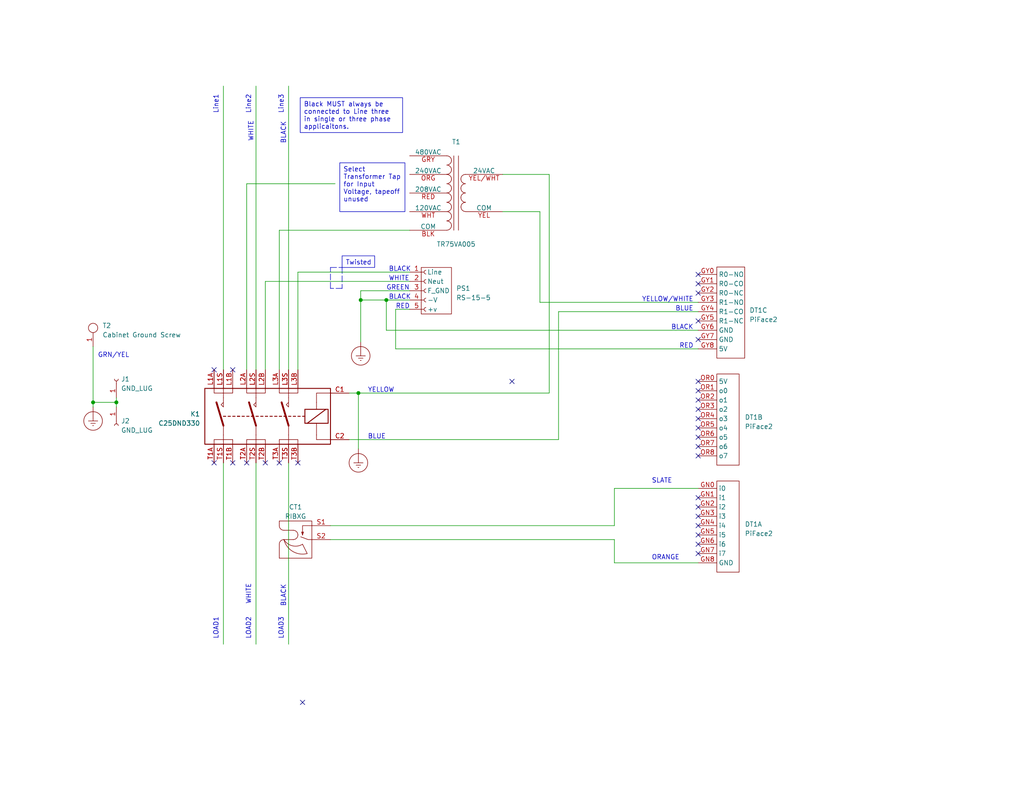
<source format=kicad_sch>
(kicad_sch (version 20230121) (generator eeschema)

  (uuid 7d631f0d-cbe6-4d6d-a8d3-2ee14f65e9f4)

  (paper "A")

  (title_block
    (title "RFID Interlock Legacy Variant B (2023)")
    (date "2023-08-06")
    (rev "0v2")
    (company "Dallas Makerspace")
    (comment 1 "OZINDFW dms@ozindfw.net")
  )

  (lib_symbols
    (symbol "Connector:Conn_01x01_Socket" (pin_names (offset 1.016) hide) (in_bom yes) (on_board yes)
      (property "Reference" "J" (at 0 2.54 0)
        (effects (font (size 1.27 1.27)))
      )
      (property "Value" "Conn_01x01_Socket" (at 0 -2.54 0)
        (effects (font (size 1.27 1.27)))
      )
      (property "Footprint" "" (at 0 0 0)
        (effects (font (size 1.27 1.27)) hide)
      )
      (property "Datasheet" "~" (at 0 0 0)
        (effects (font (size 1.27 1.27)) hide)
      )
      (property "ki_locked" "" (at 0 0 0)
        (effects (font (size 1.27 1.27)))
      )
      (property "ki_keywords" "connector" (at 0 0 0)
        (effects (font (size 1.27 1.27)) hide)
      )
      (property "ki_description" "Generic connector, single row, 01x01, script generated" (at 0 0 0)
        (effects (font (size 1.27 1.27)) hide)
      )
      (property "ki_fp_filters" "Connector*:*_1x??_*" (at 0 0 0)
        (effects (font (size 1.27 1.27)) hide)
      )
      (symbol "Conn_01x01_Socket_1_1"
        (polyline
          (pts
            (xy -1.27 0)
            (xy -0.508 0)
          )
          (stroke (width 0.1524) (type default))
          (fill (type none))
        )
        (arc (start 0 0.508) (mid -0.5058 0) (end 0 -0.508)
          (stroke (width 0.1524) (type default))
          (fill (type none))
        )
        (pin passive line (at -5.08 0 0) (length 3.81)
          (name "Pin_1" (effects (font (size 1.27 1.27))))
          (number "1" (effects (font (size 1.27 1.27))))
        )
      )
    )
    (symbol "PiFace2_1" (in_bom yes) (on_board yes)
      (property "Reference" "DT" (at 1.27 16.51 0)
        (effects (font (size 1.27 1.27)))
      )
      (property "Value" "PiFace2" (at 3.81 13.97 0)
        (effects (font (size 1.27 1.27)))
      )
      (property "Footprint" "" (at 6.096 6.858 0)
        (effects (font (size 1.27 1.27)) hide)
      )
      (property "Datasheet" "" (at 6.096 6.858 0)
        (effects (font (size 1.27 1.27)) hide)
      )
      (property "ki_locked" "" (at 0 0 0)
        (effects (font (size 1.27 1.27)))
      )
      (symbol "PiFace2_1_1_1"
        (rectangle (start 0 12.192) (end 6.096 -12.7)
          (stroke (width 0) (type default))
          (fill (type none))
        )
        (pin input line (at -5.08 10.16 0) (length 5.08)
          (name "i0" (effects (font (size 1.27 1.27))))
          (number "GN0" (effects (font (size 1.27 1.27))))
        )
        (pin input line (at -5.08 7.62 0) (length 5.08)
          (name "i1" (effects (font (size 1.27 1.27))))
          (number "GN1" (effects (font (size 1.27 1.27))))
        )
        (pin input line (at -5.08 5.08 0) (length 5.08)
          (name "i2" (effects (font (size 1.27 1.27))))
          (number "GN2" (effects (font (size 1.27 1.27))))
        )
        (pin input line (at -5.08 2.54 0) (length 5.08)
          (name "i3" (effects (font (size 1.27 1.27))))
          (number "GN3" (effects (font (size 1.27 1.27))))
        )
        (pin input line (at -5.08 0 0) (length 5.08)
          (name "i4" (effects (font (size 1.27 1.27))))
          (number "GN4" (effects (font (size 1.27 1.27))))
        )
        (pin input line (at -5.08 -2.54 0) (length 5.08)
          (name "i5" (effects (font (size 1.27 1.27))))
          (number "GN5" (effects (font (size 1.27 1.27))))
        )
        (pin input line (at -5.08 -5.08 0) (length 5.08)
          (name "i6" (effects (font (size 1.27 1.27))))
          (number "GN6" (effects (font (size 1.27 1.27))))
        )
        (pin input line (at -5.08 -7.62 0) (length 5.08)
          (name "i7" (effects (font (size 1.27 1.27))))
          (number "GN7" (effects (font (size 1.27 1.27))))
        )
        (pin passive line (at -5.08 -10.16 0) (length 5.08)
          (name "GND" (effects (font (size 1.27 1.27))))
          (number "GN8" (effects (font (size 1.27 1.27))))
        )
      )
      (symbol "PiFace2_1_2_1"
        (rectangle (start 0 12.192) (end 6.096 -12.7)
          (stroke (width 0) (type default))
          (fill (type none))
        )
        (pin passive line (at -5.08 10.16 0) (length 5.08)
          (name "5V" (effects (font (size 1.27 1.27))))
          (number "OR0" (effects (font (size 1.27 1.27))))
        )
        (pin output line (at -5.08 7.62 0) (length 5.08)
          (name "o0" (effects (font (size 1.27 1.27))))
          (number "OR1" (effects (font (size 1.27 1.27))))
        )
        (pin output line (at -5.08 5.08 0) (length 5.08)
          (name "o1" (effects (font (size 1.27 1.27))))
          (number "OR2" (effects (font (size 1.27 1.27))))
        )
        (pin output line (at -5.08 2.54 0) (length 5.08)
          (name "o2" (effects (font (size 1.27 1.27))))
          (number "OR3" (effects (font (size 1.27 1.27))))
        )
        (pin output line (at -5.08 0 0) (length 5.08)
          (name "o3" (effects (font (size 1.27 1.27))))
          (number "OR4" (effects (font (size 1.27 1.27))))
        )
        (pin output line (at -5.08 -2.54 0) (length 5.08)
          (name "o4" (effects (font (size 1.27 1.27))))
          (number "OR5" (effects (font (size 1.27 1.27))))
        )
        (pin output line (at -5.08 -5.08 0) (length 5.08)
          (name "o5" (effects (font (size 1.27 1.27))))
          (number "OR6" (effects (font (size 1.27 1.27))))
        )
        (pin output line (at -5.08 -7.62 0) (length 5.08)
          (name "o6" (effects (font (size 1.27 1.27))))
          (number "OR7" (effects (font (size 1.27 1.27))))
        )
        (pin output line (at -5.08 -10.16 0) (length 5.08)
          (name "o7" (effects (font (size 1.27 1.27))))
          (number "OR8" (effects (font (size 1.27 1.27))))
        )
      )
      (symbol "PiFace2_1_3_1"
        (rectangle (start 0 12.192) (end 7.62 -12.7)
          (stroke (width 0) (type default))
          (fill (type none))
        )
        (pin passive line (at -5.08 10.16 0) (length 5.08)
          (name "R0-NO" (effects (font (size 1.27 1.27))))
          (number "GY0" (effects (font (size 1.27 1.27))))
        )
        (pin passive line (at -5.08 7.62 0) (length 5.08)
          (name "R0-CO" (effects (font (size 1.27 1.27))))
          (number "GY1" (effects (font (size 1.27 1.27))))
        )
        (pin passive line (at -5.08 5.08 0) (length 5.08)
          (name "R0-NC" (effects (font (size 1.27 1.27))))
          (number "GY2" (effects (font (size 1.27 1.27))))
        )
        (pin passive line (at -5.08 2.54 0) (length 5.08)
          (name "R1-NO" (effects (font (size 1.27 1.27))))
          (number "GY3" (effects (font (size 1.27 1.27))))
        )
        (pin passive line (at -5.08 0 0) (length 5.08)
          (name "R1-CO" (effects (font (size 1.27 1.27))))
          (number "GY4" (effects (font (size 1.27 1.27))))
        )
        (pin passive line (at -5.08 -2.54 0) (length 5.08)
          (name "R1-NC" (effects (font (size 1.27 1.27))))
          (number "GY5" (effects (font (size 1.27 1.27))))
        )
        (pin passive line (at -5.08 -5.08 0) (length 5.08)
          (name "GND" (effects (font (size 1.27 1.27))))
          (number "GY6" (effects (font (size 1.27 1.27))))
        )
        (pin passive line (at -5.08 -7.62 0) (length 5.08)
          (name "GND" (effects (font (size 1.27 1.27))))
          (number "GY7" (effects (font (size 1.27 1.27))))
        )
        (pin passive line (at -5.08 -10.16 0) (length 5.08)
          (name "5V" (effects (font (size 1.27 1.27))))
          (number "GY8" (effects (font (size 1.27 1.27))))
        )
      )
    )
    (symbol "PiFace2_2" (in_bom yes) (on_board yes)
      (property "Reference" "DT" (at 1.27 16.51 0)
        (effects (font (size 1.27 1.27)))
      )
      (property "Value" "PiFace2" (at 3.81 13.97 0)
        (effects (font (size 1.27 1.27)))
      )
      (property "Footprint" "" (at 6.096 6.858 0)
        (effects (font (size 1.27 1.27)) hide)
      )
      (property "Datasheet" "" (at 6.096 6.858 0)
        (effects (font (size 1.27 1.27)) hide)
      )
      (property "ki_locked" "" (at 0 0 0)
        (effects (font (size 1.27 1.27)))
      )
      (symbol "PiFace2_2_1_1"
        (rectangle (start 0 12.192) (end 6.096 -12.7)
          (stroke (width 0) (type default))
          (fill (type none))
        )
        (pin input line (at -5.08 10.16 0) (length 5.08)
          (name "i0" (effects (font (size 1.27 1.27))))
          (number "GN0" (effects (font (size 1.27 1.27))))
        )
        (pin input line (at -5.08 7.62 0) (length 5.08)
          (name "i1" (effects (font (size 1.27 1.27))))
          (number "GN1" (effects (font (size 1.27 1.27))))
        )
        (pin input line (at -5.08 5.08 0) (length 5.08)
          (name "i2" (effects (font (size 1.27 1.27))))
          (number "GN2" (effects (font (size 1.27 1.27))))
        )
        (pin input line (at -5.08 2.54 0) (length 5.08)
          (name "i3" (effects (font (size 1.27 1.27))))
          (number "GN3" (effects (font (size 1.27 1.27))))
        )
        (pin input line (at -5.08 0 0) (length 5.08)
          (name "i4" (effects (font (size 1.27 1.27))))
          (number "GN4" (effects (font (size 1.27 1.27))))
        )
        (pin input line (at -5.08 -2.54 0) (length 5.08)
          (name "i5" (effects (font (size 1.27 1.27))))
          (number "GN5" (effects (font (size 1.27 1.27))))
        )
        (pin input line (at -5.08 -5.08 0) (length 5.08)
          (name "i6" (effects (font (size 1.27 1.27))))
          (number "GN6" (effects (font (size 1.27 1.27))))
        )
        (pin input line (at -5.08 -7.62 0) (length 5.08)
          (name "i7" (effects (font (size 1.27 1.27))))
          (number "GN7" (effects (font (size 1.27 1.27))))
        )
        (pin passive line (at -5.08 -10.16 0) (length 5.08)
          (name "GND" (effects (font (size 1.27 1.27))))
          (number "GN8" (effects (font (size 1.27 1.27))))
        )
      )
      (symbol "PiFace2_2_2_1"
        (rectangle (start 0 12.192) (end 6.096 -12.7)
          (stroke (width 0) (type default))
          (fill (type none))
        )
        (pin passive line (at -5.08 10.16 0) (length 5.08)
          (name "5V" (effects (font (size 1.27 1.27))))
          (number "OR0" (effects (font (size 1.27 1.27))))
        )
        (pin output line (at -5.08 7.62 0) (length 5.08)
          (name "o0" (effects (font (size 1.27 1.27))))
          (number "OR1" (effects (font (size 1.27 1.27))))
        )
        (pin output line (at -5.08 5.08 0) (length 5.08)
          (name "o1" (effects (font (size 1.27 1.27))))
          (number "OR2" (effects (font (size 1.27 1.27))))
        )
        (pin output line (at -5.08 2.54 0) (length 5.08)
          (name "o2" (effects (font (size 1.27 1.27))))
          (number "OR3" (effects (font (size 1.27 1.27))))
        )
        (pin output line (at -5.08 0 0) (length 5.08)
          (name "o3" (effects (font (size 1.27 1.27))))
          (number "OR4" (effects (font (size 1.27 1.27))))
        )
        (pin output line (at -5.08 -2.54 0) (length 5.08)
          (name "o4" (effects (font (size 1.27 1.27))))
          (number "OR5" (effects (font (size 1.27 1.27))))
        )
        (pin output line (at -5.08 -5.08 0) (length 5.08)
          (name "o5" (effects (font (size 1.27 1.27))))
          (number "OR6" (effects (font (size 1.27 1.27))))
        )
        (pin output line (at -5.08 -7.62 0) (length 5.08)
          (name "o6" (effects (font (size 1.27 1.27))))
          (number "OR7" (effects (font (size 1.27 1.27))))
        )
        (pin output line (at -5.08 -10.16 0) (length 5.08)
          (name "o7" (effects (font (size 1.27 1.27))))
          (number "OR8" (effects (font (size 1.27 1.27))))
        )
      )
      (symbol "PiFace2_2_3_1"
        (rectangle (start 0 12.192) (end 7.62 -12.7)
          (stroke (width 0) (type default))
          (fill (type none))
        )
        (pin passive line (at -5.08 10.16 0) (length 5.08)
          (name "R0-NO" (effects (font (size 1.27 1.27))))
          (number "GY0" (effects (font (size 1.27 1.27))))
        )
        (pin passive line (at -5.08 7.62 0) (length 5.08)
          (name "R0-CO" (effects (font (size 1.27 1.27))))
          (number "GY1" (effects (font (size 1.27 1.27))))
        )
        (pin passive line (at -5.08 5.08 0) (length 5.08)
          (name "R0-NC" (effects (font (size 1.27 1.27))))
          (number "GY2" (effects (font (size 1.27 1.27))))
        )
        (pin passive line (at -5.08 2.54 0) (length 5.08)
          (name "R1-NO" (effects (font (size 1.27 1.27))))
          (number "GY3" (effects (font (size 1.27 1.27))))
        )
        (pin passive line (at -5.08 0 0) (length 5.08)
          (name "R1-CO" (effects (font (size 1.27 1.27))))
          (number "GY4" (effects (font (size 1.27 1.27))))
        )
        (pin passive line (at -5.08 -2.54 0) (length 5.08)
          (name "R1-NC" (effects (font (size 1.27 1.27))))
          (number "GY5" (effects (font (size 1.27 1.27))))
        )
        (pin passive line (at -5.08 -5.08 0) (length 5.08)
          (name "GND" (effects (font (size 1.27 1.27))))
          (number "GY6" (effects (font (size 1.27 1.27))))
        )
        (pin passive line (at -5.08 -7.62 0) (length 5.08)
          (name "GND" (effects (font (size 1.27 1.27))))
          (number "GY7" (effects (font (size 1.27 1.27))))
        )
        (pin passive line (at -5.08 -10.16 0) (length 5.08)
          (name "5V" (effects (font (size 1.27 1.27))))
          (number "GY8" (effects (font (size 1.27 1.27))))
        )
      )
    )
    (symbol "oz:Eaton_Contactor" (in_bom yes) (on_board yes)
      (property "Reference" "K" (at 13.97 13.97 0)
        (effects (font (size 1.27 1.27)) (justify left))
      )
      (property "Value" "Eaton_Contactor" (at 13.97 11.43 0)
        (effects (font (size 1.27 1.27)) (justify left))
      )
      (property "Footprint" "" (at -5.08 -1.27 0)
        (effects (font (size 1.27 1.27)) (justify left) hide)
      )
      (property "Datasheet" "" (at 8.255 0 0)
        (effects (font (size 1.27 1.27)) hide)
      )
      (property "ki_keywords" "contactor three pole" (at 0 0 0)
        (effects (font (size 1.27 1.27)) hide)
      )
      (property "ki_description" "3PST Contactor" (at 0 0 0)
        (effects (font (size 1.27 1.27)) hide)
      )
      (property "ki_fp_filters" "Relay*SPST*StandexMeder*MS*Form1AB*" (at 0 0 0)
        (effects (font (size 1.27 1.27)) hide)
      )
      (symbol "Eaton_Contactor_0_0"
        (polyline
          (pts
            (xy -8.89 5.08)
            (xy -8.89 2.54)
            (xy -9.525 3.175)
            (xy -8.89 3.81)
          )
          (stroke (width 0) (type default))
          (fill (type none))
        )
        (polyline
          (pts
            (xy 0 5.08)
            (xy 0 2.54)
            (xy -0.635 3.175)
            (xy 0 3.81)
          )
          (stroke (width 0) (type default))
          (fill (type none))
        )
        (polyline
          (pts
            (xy 8.89 5.08)
            (xy 8.89 2.54)
            (xy 8.255 3.175)
            (xy 8.89 3.81)
          )
          (stroke (width 0) (type default))
          (fill (type none))
        )
      )
      (symbol "Eaton_Contactor_0_1"
        (rectangle (start -13.97 7.62) (end 20.32 -7.62)
          (stroke (width 0.254) (type default))
          (fill (type none))
        )
        (polyline
          (pts
            (xy -8.89 -5.08)
            (xy -8.89 -7.62)
          )
          (stroke (width 0) (type default))
          (fill (type none))
        )
        (polyline
          (pts
            (xy -8.89 -2.54)
            (xy -10.795 3.81)
          )
          (stroke (width 0.508) (type default))
          (fill (type none))
        )
        (polyline
          (pts
            (xy -8.89 -2.54)
            (xy -8.89 -5.08)
          )
          (stroke (width 0) (type default))
          (fill (type none))
        )
        (polyline
          (pts
            (xy -8.89 0)
            (xy -8.255 0)
          )
          (stroke (width 0.254) (type default))
          (fill (type none))
        )
        (polyline
          (pts
            (xy -8.89 7.62)
            (xy -8.89 5.08)
          )
          (stroke (width 0) (type default))
          (fill (type none))
        )
        (polyline
          (pts
            (xy -7.62 0)
            (xy -6.985 0)
          )
          (stroke (width 0.254) (type default))
          (fill (type none))
        )
        (polyline
          (pts
            (xy -6.35 0)
            (xy -5.715 0)
          )
          (stroke (width 0.254) (type default))
          (fill (type none))
        )
        (polyline
          (pts
            (xy -5.08 0)
            (xy -4.445 0)
          )
          (stroke (width 0.254) (type default))
          (fill (type none))
        )
        (polyline
          (pts
            (xy -5.08 0)
            (xy -4.445 0)
          )
          (stroke (width 0.254) (type default))
          (fill (type none))
        )
        (polyline
          (pts
            (xy -3.81 0)
            (xy -3.175 0)
          )
          (stroke (width 0.254) (type default))
          (fill (type none))
        )
        (polyline
          (pts
            (xy -2.54 0)
            (xy -1.905 0)
          )
          (stroke (width 0.254) (type default))
          (fill (type none))
        )
        (polyline
          (pts
            (xy -1.27 0)
            (xy -0.635 0)
          )
          (stroke (width 0.254) (type default))
          (fill (type none))
        )
        (polyline
          (pts
            (xy -1.27 0)
            (xy -0.635 0)
          )
          (stroke (width 0.254) (type default))
          (fill (type none))
        )
        (polyline
          (pts
            (xy 0 -5.08)
            (xy 0 -7.62)
          )
          (stroke (width 0) (type default))
          (fill (type none))
        )
        (polyline
          (pts
            (xy 0 -2.54)
            (xy -1.905 3.81)
          )
          (stroke (width 0.508) (type default))
          (fill (type none))
        )
        (polyline
          (pts
            (xy 0 -2.54)
            (xy 0 -5.08)
          )
          (stroke (width 0) (type default))
          (fill (type none))
        )
        (polyline
          (pts
            (xy 0 0)
            (xy 0.635 0)
          )
          (stroke (width 0.254) (type default))
          (fill (type none))
        )
        (polyline
          (pts
            (xy 0 7.62)
            (xy 0 5.08)
          )
          (stroke (width 0) (type default))
          (fill (type none))
        )
        (polyline
          (pts
            (xy 1.27 0)
            (xy 1.905 0)
          )
          (stroke (width 0.254) (type default))
          (fill (type none))
        )
        (polyline
          (pts
            (xy 2.54 0)
            (xy 3.175 0)
          )
          (stroke (width 0.254) (type default))
          (fill (type none))
        )
        (polyline
          (pts
            (xy 3.81 0)
            (xy 4.445 0)
          )
          (stroke (width 0.254) (type default))
          (fill (type none))
        )
        (polyline
          (pts
            (xy 5.08 0)
            (xy 5.715 0)
          )
          (stroke (width 0.254) (type default))
          (fill (type none))
        )
        (polyline
          (pts
            (xy 6.35 0)
            (xy 6.985 0)
          )
          (stroke (width 0.254) (type default))
          (fill (type none))
        )
        (polyline
          (pts
            (xy 7.62 0)
            (xy 8.255 0)
          )
          (stroke (width 0.254) (type default))
          (fill (type none))
        )
        (polyline
          (pts
            (xy 7.62 0)
            (xy 8.255 0)
          )
          (stroke (width 0.254) (type default))
          (fill (type none))
        )
        (polyline
          (pts
            (xy 8.89 -5.08)
            (xy 8.89 -7.62)
          )
          (stroke (width 0) (type default))
          (fill (type none))
        )
        (polyline
          (pts
            (xy 8.89 -2.54)
            (xy 6.985 3.81)
          )
          (stroke (width 0.508) (type default))
          (fill (type none))
        )
        (polyline
          (pts
            (xy 8.89 -2.54)
            (xy 8.89 -5.08)
          )
          (stroke (width 0) (type default))
          (fill (type none))
        )
        (polyline
          (pts
            (xy 8.89 0)
            (xy 9.525 0)
          )
          (stroke (width 0.254) (type default))
          (fill (type none))
        )
        (polyline
          (pts
            (xy 8.89 7.62)
            (xy 8.89 5.08)
          )
          (stroke (width 0) (type default))
          (fill (type none))
        )
        (polyline
          (pts
            (xy 10.16 0)
            (xy 10.795 0)
          )
          (stroke (width 0.254) (type default))
          (fill (type none))
        )
        (polyline
          (pts
            (xy 11.43 0)
            (xy 12.065 0)
          )
          (stroke (width 0.254) (type default))
          (fill (type none))
        )
        (polyline
          (pts
            (xy 12.7 0)
            (xy 13.335 0)
          )
          (stroke (width 0.254) (type default))
          (fill (type none))
        )
        (polyline
          (pts
            (xy 13.97 -1.905)
            (xy 19.05 1.905)
          )
          (stroke (width 0.254) (type default))
          (fill (type none))
        )
        (polyline
          (pts
            (xy 16.51 -6.35)
            (xy 20.32 -6.35)
          )
          (stroke (width 0) (type default))
          (fill (type none))
        )
        (polyline
          (pts
            (xy 16.51 -5.08)
            (xy 16.51 -6.35)
          )
          (stroke (width 0) (type default))
          (fill (type none))
        )
        (polyline
          (pts
            (xy 16.51 -5.08)
            (xy 16.51 -1.905)
          )
          (stroke (width 0) (type default))
          (fill (type none))
        )
        (polyline
          (pts
            (xy 16.51 3.81)
            (xy 16.51 1.905)
          )
          (stroke (width 0) (type default))
          (fill (type none))
        )
        (polyline
          (pts
            (xy 20.32 6.35)
            (xy 16.51 6.35)
            (xy 16.51 3.81)
          )
          (stroke (width 0) (type default))
          (fill (type none))
        )
        (polyline
          (pts
            (xy -11.43 -7.62)
            (xy -11.43 -6.35)
            (xy -6.35 -6.35)
            (xy -6.35 -7.62)
          )
          (stroke (width 0) (type default))
          (fill (type none))
        )
        (polyline
          (pts
            (xy -11.43 7.62)
            (xy -11.43 6.35)
            (xy -6.35 6.35)
            (xy -6.35 7.62)
          )
          (stroke (width 0) (type default))
          (fill (type none))
        )
        (polyline
          (pts
            (xy -2.54 -7.62)
            (xy -2.54 -6.35)
            (xy 2.54 -6.35)
            (xy 2.54 -7.62)
          )
          (stroke (width 0) (type default))
          (fill (type none))
        )
        (polyline
          (pts
            (xy -2.54 7.62)
            (xy -2.54 6.35)
            (xy 2.54 6.35)
            (xy 2.54 7.62)
          )
          (stroke (width 0) (type default))
          (fill (type none))
        )
        (polyline
          (pts
            (xy 6.35 -7.62)
            (xy 6.35 -6.35)
            (xy 11.43 -6.35)
            (xy 11.43 -7.62)
          )
          (stroke (width 0) (type default))
          (fill (type none))
        )
        (polyline
          (pts
            (xy 6.35 7.62)
            (xy 6.35 6.35)
            (xy 11.43 6.35)
            (xy 11.43 7.62)
          )
          (stroke (width 0) (type default))
          (fill (type none))
        )
        (rectangle (start 13.335 1.905) (end 19.685 -1.905)
          (stroke (width 0.254) (type default))
          (fill (type none))
        )
      )
      (symbol "Eaton_Contactor_1_1"
        (pin passive line (at 25.4 6.35 180) (length 5.08)
          (name "~" (effects (font (size 1.27 1.27))))
          (number "C1" (effects (font (size 1.27 1.27))))
        )
        (pin passive line (at 25.4 -6.35 180) (length 5.08)
          (name "~" (effects (font (size 1.27 1.27))))
          (number "C2" (effects (font (size 1.27 1.27))))
        )
        (pin passive line (at -11.43 12.7 270) (length 5.08)
          (name "~" (effects (font (size 1.27 1.27))))
          (number "L1A" (effects (font (size 1.27 1.27))))
        )
        (pin passive line (at -6.35 12.7 270) (length 5.08)
          (name "~" (effects (font (size 1.27 1.27))))
          (number "L1B" (effects (font (size 1.27 1.27))))
        )
        (pin passive line (at -8.89 12.7 270) (length 5.08)
          (name "" (effects (font (size 1.27 1.27))))
          (number "L1S" (effects (font (size 1.27 1.27))))
        )
        (pin passive line (at -2.54 12.7 270) (length 5.08)
          (name "~" (effects (font (size 1.27 1.27))))
          (number "L2A" (effects (font (size 1.27 1.27))))
        )
        (pin passive line (at 2.54 12.7 270) (length 5.08)
          (name "~" (effects (font (size 1.27 1.27))))
          (number "L2B" (effects (font (size 1.27 1.27))))
        )
        (pin passive line (at 0 12.7 270) (length 5.08)
          (name "" (effects (font (size 1.27 1.27))))
          (number "L2S" (effects (font (size 1.27 1.27))))
        )
        (pin passive line (at 6.35 12.7 270) (length 5.08)
          (name "~" (effects (font (size 1.27 1.27))))
          (number "L3A" (effects (font (size 1.27 1.27))))
        )
        (pin passive line (at 11.43 12.7 270) (length 5.08)
          (name "~" (effects (font (size 1.27 1.27))))
          (number "L3B" (effects (font (size 1.27 1.27))))
        )
        (pin passive line (at 8.89 12.7 270) (length 5.08)
          (name "" (effects (font (size 1.27 1.27))))
          (number "L3S" (effects (font (size 1.27 1.27))))
        )
        (pin passive line (at -11.43 -12.7 90) (length 5.08)
          (name "~" (effects (font (size 1.27 1.27))))
          (number "T1A" (effects (font (size 1.27 1.27))))
        )
        (pin passive line (at -6.35 -12.7 90) (length 5.08)
          (name "~" (effects (font (size 1.27 1.27))))
          (number "T1B" (effects (font (size 1.27 1.27))))
        )
        (pin passive line (at -8.89 -12.7 90) (length 5.08)
          (name "" (effects (font (size 1.27 1.27))))
          (number "T1S" (effects (font (size 1.27 1.27))))
        )
        (pin passive line (at -2.54 -12.7 90) (length 5.08)
          (name "~" (effects (font (size 1.27 1.27))))
          (number "T2A" (effects (font (size 1.27 1.27))))
        )
        (pin passive line (at 2.54 -12.7 90) (length 5.08)
          (name "~" (effects (font (size 1.27 1.27))))
          (number "T2B" (effects (font (size 1.27 1.27))))
        )
        (pin passive line (at 0 -12.7 90) (length 5.08)
          (name "" (effects (font (size 1.27 1.27))))
          (number "T2S" (effects (font (size 1.27 1.27))))
        )
        (pin passive line (at 6.35 -12.7 90) (length 5.08)
          (name "~" (effects (font (size 1.27 1.27))))
          (number "T3A" (effects (font (size 1.27 1.27))))
        )
        (pin passive line (at 11.43 -12.7 90) (length 5.08)
          (name "~" (effects (font (size 1.27 1.27))))
          (number "T3B" (effects (font (size 1.27 1.27))))
        )
        (pin passive line (at 8.89 -12.7 90) (length 5.08)
          (name "" (effects (font (size 1.27 1.27))))
          (number "T3S" (effects (font (size 1.27 1.27))))
        )
      )
    )
    (symbol "oz:PiFace2" (in_bom yes) (on_board yes)
      (property "Reference" "DT" (at 1.27 16.51 0)
        (effects (font (size 1.27 1.27)))
      )
      (property "Value" "PiFace2" (at 3.81 13.97 0)
        (effects (font (size 1.27 1.27)))
      )
      (property "Footprint" "" (at 6.096 6.858 0)
        (effects (font (size 1.27 1.27)) hide)
      )
      (property "Datasheet" "" (at 6.096 6.858 0)
        (effects (font (size 1.27 1.27)) hide)
      )
      (property "ki_locked" "" (at 0 0 0)
        (effects (font (size 1.27 1.27)))
      )
      (symbol "PiFace2_1_1"
        (rectangle (start 0 12.192) (end 6.096 -12.7)
          (stroke (width 0) (type default))
          (fill (type none))
        )
        (pin input line (at -5.08 10.16 0) (length 5.08)
          (name "i0" (effects (font (size 1.27 1.27))))
          (number "GN0" (effects (font (size 1.27 1.27))))
        )
        (pin input line (at -5.08 7.62 0) (length 5.08)
          (name "i1" (effects (font (size 1.27 1.27))))
          (number "GN1" (effects (font (size 1.27 1.27))))
        )
        (pin input line (at -5.08 5.08 0) (length 5.08)
          (name "i2" (effects (font (size 1.27 1.27))))
          (number "GN2" (effects (font (size 1.27 1.27))))
        )
        (pin input line (at -5.08 2.54 0) (length 5.08)
          (name "i3" (effects (font (size 1.27 1.27))))
          (number "GN3" (effects (font (size 1.27 1.27))))
        )
        (pin input line (at -5.08 0 0) (length 5.08)
          (name "i4" (effects (font (size 1.27 1.27))))
          (number "GN4" (effects (font (size 1.27 1.27))))
        )
        (pin input line (at -5.08 -2.54 0) (length 5.08)
          (name "i5" (effects (font (size 1.27 1.27))))
          (number "GN5" (effects (font (size 1.27 1.27))))
        )
        (pin input line (at -5.08 -5.08 0) (length 5.08)
          (name "i6" (effects (font (size 1.27 1.27))))
          (number "GN6" (effects (font (size 1.27 1.27))))
        )
        (pin input line (at -5.08 -7.62 0) (length 5.08)
          (name "i7" (effects (font (size 1.27 1.27))))
          (number "GN7" (effects (font (size 1.27 1.27))))
        )
        (pin passive line (at -5.08 -10.16 0) (length 5.08)
          (name "GND" (effects (font (size 1.27 1.27))))
          (number "GN8" (effects (font (size 1.27 1.27))))
        )
      )
      (symbol "PiFace2_2_1"
        (rectangle (start 0 12.192) (end 6.096 -12.7)
          (stroke (width 0) (type default))
          (fill (type none))
        )
        (pin passive line (at -5.08 10.16 0) (length 5.08)
          (name "5V" (effects (font (size 1.27 1.27))))
          (number "OR0" (effects (font (size 1.27 1.27))))
        )
        (pin output line (at -5.08 7.62 0) (length 5.08)
          (name "o0" (effects (font (size 1.27 1.27))))
          (number "OR1" (effects (font (size 1.27 1.27))))
        )
        (pin output line (at -5.08 5.08 0) (length 5.08)
          (name "o1" (effects (font (size 1.27 1.27))))
          (number "OR2" (effects (font (size 1.27 1.27))))
        )
        (pin output line (at -5.08 2.54 0) (length 5.08)
          (name "o2" (effects (font (size 1.27 1.27))))
          (number "OR3" (effects (font (size 1.27 1.27))))
        )
        (pin output line (at -5.08 0 0) (length 5.08)
          (name "o3" (effects (font (size 1.27 1.27))))
          (number "OR4" (effects (font (size 1.27 1.27))))
        )
        (pin output line (at -5.08 -2.54 0) (length 5.08)
          (name "o4" (effects (font (size 1.27 1.27))))
          (number "OR5" (effects (font (size 1.27 1.27))))
        )
        (pin output line (at -5.08 -5.08 0) (length 5.08)
          (name "o5" (effects (font (size 1.27 1.27))))
          (number "OR6" (effects (font (size 1.27 1.27))))
        )
        (pin output line (at -5.08 -7.62 0) (length 5.08)
          (name "o6" (effects (font (size 1.27 1.27))))
          (number "OR7" (effects (font (size 1.27 1.27))))
        )
        (pin output line (at -5.08 -10.16 0) (length 5.08)
          (name "o7" (effects (font (size 1.27 1.27))))
          (number "OR8" (effects (font (size 1.27 1.27))))
        )
      )
      (symbol "PiFace2_3_1"
        (rectangle (start 0 12.192) (end 7.62 -12.7)
          (stroke (width 0) (type default))
          (fill (type none))
        )
        (pin passive line (at -5.08 10.16 0) (length 5.08)
          (name "R0-NO" (effects (font (size 1.27 1.27))))
          (number "GY0" (effects (font (size 1.27 1.27))))
        )
        (pin passive line (at -5.08 7.62 0) (length 5.08)
          (name "R0-CO" (effects (font (size 1.27 1.27))))
          (number "GY1" (effects (font (size 1.27 1.27))))
        )
        (pin passive line (at -5.08 5.08 0) (length 5.08)
          (name "R0-NC" (effects (font (size 1.27 1.27))))
          (number "GY2" (effects (font (size 1.27 1.27))))
        )
        (pin passive line (at -5.08 2.54 0) (length 5.08)
          (name "R1-NO" (effects (font (size 1.27 1.27))))
          (number "GY3" (effects (font (size 1.27 1.27))))
        )
        (pin passive line (at -5.08 0 0) (length 5.08)
          (name "R1-CO" (effects (font (size 1.27 1.27))))
          (number "GY4" (effects (font (size 1.27 1.27))))
        )
        (pin passive line (at -5.08 -2.54 0) (length 5.08)
          (name "R1-NC" (effects (font (size 1.27 1.27))))
          (number "GY5" (effects (font (size 1.27 1.27))))
        )
        (pin passive line (at -5.08 -5.08 0) (length 5.08)
          (name "GND" (effects (font (size 1.27 1.27))))
          (number "GY6" (effects (font (size 1.27 1.27))))
        )
        (pin passive line (at -5.08 -7.62 0) (length 5.08)
          (name "GND" (effects (font (size 1.27 1.27))))
          (number "GY7" (effects (font (size 1.27 1.27))))
        )
        (pin passive line (at -5.08 -10.16 0) (length 5.08)
          (name "5V" (effects (font (size 1.27 1.27))))
          (number "GY8" (effects (font (size 1.27 1.27))))
        )
      )
    )
    (symbol "oz:RIBXG" (in_bom yes) (on_board yes)
      (property "Reference" "CT" (at -3.302 6.35 0)
        (effects (font (size 1.27 1.27)))
      )
      (property "Value" "RIBXG" (at -2.032 -6.35 0)
        (effects (font (size 1.27 1.27)))
      )
      (property "Footprint" "" (at 1.778 5.08 0)
        (effects (font (size 1.27 1.27)) hide)
      )
      (property "Datasheet" "" (at 1.778 5.08 0)
        (effects (font (size 1.27 1.27)) hide)
      )
      (property "ki_keywords" "Current Sense Switch" (at 0 0 0)
        (effects (font (size 1.27 1.27)) hide)
      )
      (property "ki_description" "Current Sense Switch" (at 0 0 0)
        (effects (font (size 1.27 1.27)) hide)
      )
      (symbol "RIBXG_0_1"
        (arc (start -4.572 3.81) (mid -4.2 2.912) (end -3.302 2.54)
          (stroke (width 0) (type default))
          (fill (type none))
        )
        (arc (start -3.302 0) (mid -4.2 -0.372) (end -4.572 -1.27)
          (stroke (width 0) (type default))
          (fill (type none))
        )
        (arc (start -3.302 0) (mid -1.025 -1.6871) (end 1.778 -1.27)
          (stroke (width 0) (type default))
          (fill (type none))
        )
        (arc (start -3.302 0) (mid -0.9161 -3.2202) (end 3.048 -3.81)
          (stroke (width 0) (type default))
          (fill (type none))
        )
        (arc (start -0.762 0) (mid 0.136 0.372) (end 0.508 1.27)
          (stroke (width 0) (type default))
          (fill (type none))
        )
        (polyline
          (pts
            (xy -0.762 0)
            (xy -3.302 0)
          )
          (stroke (width 0) (type default))
          (fill (type none))
        )
        (polyline
          (pts
            (xy -0.762 2.54)
            (xy -3.302 2.54)
          )
          (stroke (width 0) (type default))
          (fill (type none))
        )
        (polyline
          (pts
            (xy 1.778 -1.27)
            (xy 3.048 -3.81)
          )
          (stroke (width 0) (type default))
          (fill (type none))
        )
        (polyline
          (pts
            (xy 2.032 2.032)
            (xy 1.778 1.778)
            (xy 1.524 2.032)
          )
          (stroke (width 0) (type default))
          (fill (type none))
        )
        (polyline
          (pts
            (xy 4.318 0)
            (xy 3.302 0)
            (xy 1.27 0.762)
          )
          (stroke (width 0) (type default))
          (fill (type none))
        )
        (polyline
          (pts
            (xy 4.318 3.81)
            (xy 1.778 3.81)
            (xy 1.778 1.27)
          )
          (stroke (width 0) (type default))
          (fill (type none))
        )
        (polyline
          (pts
            (xy 1.778 1.27)
            (xy 1.524 2.032)
            (xy 2.032 2.032)
            (xy 1.778 1.27)
          )
          (stroke (width 0) (type default))
          (fill (type none))
        )
        (polyline
          (pts
            (xy -4.572 -1.27)
            (xy -4.572 -5.08)
            (xy 4.318 -5.08)
            (xy 4.318 5.08)
            (xy -4.572 5.08)
            (xy -4.572 3.81)
          )
          (stroke (width 0) (type default))
          (fill (type none))
        )
        (arc (start 0.508 1.27) (mid 0.136 2.168) (end -0.762 2.54)
          (stroke (width 0) (type default))
          (fill (type none))
        )
      )
      (symbol "RIBXG_1_1"
        (pin passive line (at 9.398 3.81 180) (length 5.08)
          (name "" (effects (font (size 1.27 1.27))))
          (number "S1" (effects (font (size 1.27 1.27))))
        )
        (pin passive line (at 9.398 0 180) (length 5.08)
          (name "" (effects (font (size 1.27 1.27))))
          (number "S2" (effects (font (size 1.27 1.27))))
        )
      )
    )
    (symbol "oz:RS-15-5" (pin_names (offset 1.016)) (in_bom yes) (on_board yes)
      (property "Reference" "PS" (at 0 7.62 0)
        (effects (font (size 1.27 1.27)))
      )
      (property "Value" "RS-15-5" (at 0 -7.62 0)
        (effects (font (size 1.27 1.27)))
      )
      (property "Footprint" "" (at 0 0 0)
        (effects (font (size 1.27 1.27)) hide)
      )
      (property "Datasheet" "" (at 2.54 1.27 0)
        (effects (font (size 1.27 1.27)) hide)
      )
      (property "ki_keywords" "connector" (at 0 0 0)
        (effects (font (size 1.27 1.27)) hide)
      )
      (property "ki_description" "Generic connector, single row, 01x05, script generated" (at 0 0 0)
        (effects (font (size 1.27 1.27)) hide)
      )
      (property "ki_fp_filters" "Connector*:*_1x??_*" (at 0 0 0)
        (effects (font (size 1.27 1.27)) hide)
      )
      (symbol "RS-15-5_0_1"
        (rectangle (start -1.905 6.35) (end 6.35 -6.35)
          (stroke (width 0) (type default))
          (fill (type none))
        )
      )
      (symbol "RS-15-5_1_1"
        (arc (start -0.6372 -4.572) (mid -1.143 -5.08) (end -0.6372 -5.588)
          (stroke (width 0.1524) (type default))
          (fill (type none))
        )
        (arc (start -0.6372 -2.032) (mid -1.143 -2.54) (end -0.6372 -3.048)
          (stroke (width 0.1524) (type default))
          (fill (type none))
        )
        (arc (start -0.6372 0.508) (mid -1.143 0) (end -0.6372 -0.508)
          (stroke (width 0.1524) (type default))
          (fill (type none))
        )
        (arc (start -0.6372 3.048) (mid -1.143 2.54) (end -0.6372 2.032)
          (stroke (width 0.1524) (type default))
          (fill (type none))
        )
        (arc (start -0.6372 5.588) (mid -1.143 5.08) (end -0.6372 4.572)
          (stroke (width 0.1524) (type default))
          (fill (type none))
        )
        (pin power_in line (at -5.08 5.08 0) (length 3.81)
          (name "Line" (effects (font (size 1.27 1.27))))
          (number "1" (effects (font (size 1.27 1.27))))
        )
        (pin power_in line (at -5.08 2.54 0) (length 3.81)
          (name "Neut" (effects (font (size 1.27 1.27))))
          (number "2" (effects (font (size 1.27 1.27))))
        )
        (pin passive line (at -5.08 0 0) (length 3.81)
          (name "F_GND" (effects (font (size 1.27 1.27))))
          (number "3" (effects (font (size 1.27 1.27))))
        )
        (pin power_out line (at -5.08 -2.54 0) (length 3.81)
          (name "-V" (effects (font (size 1.27 1.27))))
          (number "4" (effects (font (size 1.27 1.27))))
        )
        (pin power_out line (at -5.08 -5.08 0) (length 3.81)
          (name "+v" (effects (font (size 1.27 1.27))))
          (number "5" (effects (font (size 1.27 1.27))))
        )
      )
    )
    (symbol "oz:Ring_Term" (pin_names (offset 1.016) hide) (in_bom yes) (on_board yes)
      (property "Reference" "T" (at 0 2.54 0)
        (effects (font (size 1.27 1.27)))
      )
      (property "Value" "Ring_Terminal" (at 0 -2.54 0)
        (effects (font (size 1.27 1.27)))
      )
      (property "Footprint" "" (at 0 0 0)
        (effects (font (size 1.27 1.27)) hide)
      )
      (property "Datasheet" "~" (at 0 0 0)
        (effects (font (size 1.27 1.27)) hide)
      )
      (property "ki_locked" "" (at 0 0 0)
        (effects (font (size 1.27 1.27)))
      )
      (property "ki_keywords" "connector" (at 0 0 0)
        (effects (font (size 1.27 1.27)) hide)
      )
      (property "ki_description" "Generic connector, single row, 01x01, script generated" (at 0 0 0)
        (effects (font (size 1.27 1.27)) hide)
      )
      (property "ki_fp_filters" "Connector*:*_1x??_*" (at 0 0 0)
        (effects (font (size 1.27 1.27)) hide)
      )
      (symbol "Ring_Term_1_1"
        (circle (center 0 0) (radius 1.27)
          (stroke (width 0) (type default))
          (fill (type none))
        )
        (pin passive line (at -5.08 0 0) (length 3.81)
          (name "Pin_1" (effects (font (size 1.27 1.27))))
          (number "1" (effects (font (size 1.27 1.27))))
        )
      )
    )
    (symbol "oz:Transformer_Tap_Pri" (pin_names (offset 0)) (in_bom yes) (on_board yes)
      (property "Reference" "T" (at 0 13.97 0)
        (effects (font (size 1.27 1.27)))
      )
      (property "Value" "Transformer_Tap_Pri" (at 0 -13.97 0)
        (effects (font (size 1.27 1.27)))
      )
      (property "Footprint" "" (at 0 0 0)
        (effects (font (size 1.27 1.27)) hide)
      )
      (property "Datasheet" "" (at 0 0 0)
        (effects (font (size 1.27 1.27)) hide)
      )
      (property "ki_keywords" "transformer coil magnet" (at 0 0 0)
        (effects (font (size 1.27 1.27)) hide)
      )
      (property "ki_description" "Transformer, single primary, single secondary, SO-8 package" (at 0 0 0)
        (effects (font (size 1.27 1.27)) hide)
      )
      (symbol "Transformer_Tap_Pri_0_1"
        (arc (start -2.54 -10.1346) (mid -1.6561 -9.7663) (end -1.27 -8.89)
          (stroke (width 0) (type default))
          (fill (type none))
        )
        (arc (start -2.54 -7.5946) (mid -1.6561 -7.2263) (end -1.27 -6.35)
          (stroke (width 0) (type default))
          (fill (type none))
        )
        (arc (start -2.54 -5.0546) (mid -1.6599 -4.6901) (end -1.27 -3.81)
          (stroke (width 0) (type default))
          (fill (type none))
        )
        (arc (start -2.54 -2.5146) (mid -1.6599 -2.1501) (end -1.27 -1.27)
          (stroke (width 0) (type default))
          (fill (type none))
        )
        (arc (start -2.54 0.0254) (mid -1.6599 0.3899) (end -1.27 1.27)
          (stroke (width 0) (type default))
          (fill (type none))
        )
        (arc (start -2.54 2.5654) (mid -1.6599 2.9299) (end -1.27 3.81)
          (stroke (width 0) (type default))
          (fill (type none))
        )
        (arc (start -2.54 5.1054) (mid -1.6561 5.4737) (end -1.27 6.35)
          (stroke (width 0) (type default))
          (fill (type none))
        )
        (arc (start -2.54 7.6454) (mid -1.6561 8.0137) (end -1.27 8.89)
          (stroke (width 0) (type default))
          (fill (type none))
        )
        (arc (start -1.27 -8.89) (mid -1.642 -7.992) (end -2.54 -7.62)
          (stroke (width 0) (type default))
          (fill (type none))
        )
        (arc (start -1.27 -6.35) (mid -1.642 -5.452) (end -2.54 -5.08)
          (stroke (width 0) (type default))
          (fill (type none))
        )
        (arc (start -1.27 -3.81) (mid -1.642 -2.912) (end -2.54 -2.54)
          (stroke (width 0) (type default))
          (fill (type none))
        )
        (arc (start -1.27 -1.27) (mid -1.642 -0.372) (end -2.54 0)
          (stroke (width 0) (type default))
          (fill (type none))
        )
        (arc (start -1.27 1.27) (mid -1.642 2.168) (end -2.54 2.54)
          (stroke (width 0) (type default))
          (fill (type none))
        )
        (arc (start -1.27 3.81) (mid -1.642 4.708) (end -2.54 5.08)
          (stroke (width 0) (type default))
          (fill (type none))
        )
        (arc (start -1.27 6.35) (mid -1.642 7.248) (end -2.54 7.62)
          (stroke (width 0) (type default))
          (fill (type none))
        )
        (arc (start -1.27 8.89) (mid -1.642 9.788) (end -2.54 10.16)
          (stroke (width 0) (type default))
          (fill (type none))
        )
        (polyline
          (pts
            (xy -0.635 10.16)
            (xy -0.635 -10.16)
          )
          (stroke (width 0) (type default))
          (fill (type none))
        )
        (polyline
          (pts
            (xy 0.635 10.16)
            (xy 0.635 -10.16)
          )
          (stroke (width 0) (type default))
          (fill (type none))
        )
        (arc (start 1.2954 -1.27) (mid 1.6599 -2.1501) (end 2.54 -2.5146)
          (stroke (width 0) (type default))
          (fill (type none))
        )
        (arc (start 1.2954 1.27) (mid 1.6599 0.3899) (end 2.54 0.0254)
          (stroke (width 0) (type default))
          (fill (type none))
        )
        (arc (start 1.2954 3.81) (mid 1.6599 2.9299) (end 2.54 2.5654)
          (stroke (width 0) (type default))
          (fill (type none))
        )
        (arc (start 1.3208 -3.81) (mid 1.6853 -4.6901) (end 2.5654 -5.0546)
          (stroke (width 0) (type default))
          (fill (type none))
        )
        (arc (start 2.54 0) (mid 1.642 -0.372) (end 1.2954 -1.27)
          (stroke (width 0) (type default))
          (fill (type none))
        )
        (arc (start 2.54 2.54) (mid 1.642 2.168) (end 1.2954 1.27)
          (stroke (width 0) (type default))
          (fill (type none))
        )
        (arc (start 2.54 5.08) (mid 1.642 4.708) (end 1.2954 3.81)
          (stroke (width 0) (type default))
          (fill (type none))
        )
        (arc (start 2.5654 -2.54) (mid 1.6674 -2.912) (end 1.3208 -3.81)
          (stroke (width 0) (type default))
          (fill (type none))
        )
      )
      (symbol "Transformer_Tap_Pri_1_1"
        (pin passive line (at -12.7 -10.16 0) (length 10.16)
          (name "COM" (effects (font (size 1.27 1.27))))
          (number "BLK" (effects (font (size 1.27 1.27))))
        )
        (pin passive line (at -12.7 10.16 0) (length 10.16)
          (name "480VAC" (effects (font (size 1.27 1.27))))
          (number "GRY" (effects (font (size 1.27 1.27))))
        )
        (pin passive line (at -12.7 5.08 0) (length 10.16)
          (name "240VAC" (effects (font (size 1.27 1.27))))
          (number "ORG" (effects (font (size 1.27 1.27))))
        )
        (pin passive line (at -12.7 0 0) (length 10.16)
          (name "208VAC" (effects (font (size 1.27 1.27))))
          (number "RED" (effects (font (size 1.27 1.27))))
        )
        (pin passive line (at -12.7 -5.08 0) (length 10.16)
          (name "120VAC" (effects (font (size 1.27 1.27))))
          (number "WHT" (effects (font (size 1.27 1.27))))
        )
        (pin passive line (at 12.7 -5.08 180) (length 10.16)
          (name "COM" (effects (font (size 1.27 1.27))))
          (number "YEL" (effects (font (size 1.27 1.27))))
        )
        (pin passive line (at 12.7 5.08 180) (length 10.16)
          (name "24VAC" (effects (font (size 1.27 1.27))))
          (number "YEL/WHT" (effects (font (size 1.27 1.27))))
        )
      )
    )
    (symbol "power:Earth_Protective" (power) (pin_names (offset 0)) (in_bom yes) (on_board yes)
      (property "Reference" "#PWR" (at 6.35 -6.35 0)
        (effects (font (size 1.27 1.27)) hide)
      )
      (property "Value" "Earth_Protective" (at 11.43 -3.81 0)
        (effects (font (size 1.27 1.27)) hide)
      )
      (property "Footprint" "" (at 0 -2.54 0)
        (effects (font (size 1.27 1.27)) hide)
      )
      (property "Datasheet" "~" (at 0 -2.54 0)
        (effects (font (size 1.27 1.27)) hide)
      )
      (property "ki_keywords" "global ground gnd clean" (at 0 0 0)
        (effects (font (size 1.27 1.27)) hide)
      )
      (property "ki_description" "Power symbol creates a global label with name \"Earth_Protective\"" (at 0 0 0)
        (effects (font (size 1.27 1.27)) hide)
      )
      (symbol "Earth_Protective_0_1"
        (circle (center 0 -3.81) (radius 2.54)
          (stroke (width 0) (type default))
          (fill (type none))
        )
        (polyline
          (pts
            (xy -0.635 -4.445)
            (xy 0.635 -4.445)
          )
          (stroke (width 0) (type default))
          (fill (type none))
        )
        (polyline
          (pts
            (xy -0.127 -5.08)
            (xy 0.127 -5.08)
          )
          (stroke (width 0) (type default))
          (fill (type none))
        )
        (polyline
          (pts
            (xy 0 -3.81)
            (xy 0 0)
          )
          (stroke (width 0) (type default))
          (fill (type none))
        )
        (polyline
          (pts
            (xy 1.27 -3.81)
            (xy -1.27 -3.81)
          )
          (stroke (width 0) (type default))
          (fill (type none))
        )
      )
      (symbol "Earth_Protective_1_1"
        (pin power_in line (at 0 0 270) (length 0) hide
          (name "Earth_Protective" (effects (font (size 1.27 1.27))))
          (number "1" (effects (font (size 1.27 1.27))))
        )
      )
    )
  )

  (junction (at 25.4 109.855) (diameter 0) (color 0 0 0 0)
    (uuid 1b90543b-c276-4f4e-b14f-4b0224c02af0)
  )
  (junction (at 105.41 81.915) (diameter 0) (color 0 0 0 0)
    (uuid 4624c6a6-b645-4ef7-a980-934b8d94a7f3)
  )
  (junction (at 98.425 81.915) (diameter 0) (color 0 0 0 0)
    (uuid 5078d5f6-02de-48cb-9166-afbd1d209f51)
  )
  (junction (at 97.79 107.315) (diameter 0) (color 0 0 0 0)
    (uuid a699d9d6-2fba-4173-97c5-b12b34ea8a22)
  )
  (junction (at 31.75 109.855) (diameter 0) (color 0 0 0 0)
    (uuid bd6186d9-ef37-4e76-b7ae-ed5b8e32168c)
  )

  (no_connect (at 190.5 138.43) (uuid 2c7dcae8-00fb-4a89-a1da-7b8692cf4491))
  (no_connect (at 139.7 104.14) (uuid 2fec8aa5-6bc5-478d-a045-0be6dc106628))
  (no_connect (at 190.5 146.05) (uuid 3476fc09-3290-4f93-9e7b-ba664ba3ed39))
  (no_connect (at 63.5 126.365) (uuid 3cd37032-ede7-4cae-a9de-5fad0ec9a123))
  (no_connect (at 76.2 126.365) (uuid 49a22e74-be55-47dc-bf08-34f77cb39422))
  (no_connect (at 190.5 74.93) (uuid 4dc9e50d-039d-4480-ae46-d14f325c07a5))
  (no_connect (at 190.5 121.92) (uuid 52ee366e-9f71-4ce6-a89d-87bd47568c55))
  (no_connect (at 72.39 126.365) (uuid 541658a7-9e3f-4882-97cf-578706f47dba))
  (no_connect (at 190.5 77.47) (uuid 5c6841b4-3ca4-4d7b-9978-6c26c6ea2065))
  (no_connect (at 190.5 92.71) (uuid 5d045683-0c22-406e-8112-9c4702799a6e))
  (no_connect (at 190.5 140.97) (uuid 699385fe-62a9-4c6e-9270-9bca81d4ed60))
  (no_connect (at 190.5 116.84) (uuid 6af63f96-5cd9-497a-8eb6-7cf1fdcecbc1))
  (no_connect (at 190.5 151.13) (uuid 7702aea8-3a39-447a-a35e-306d710885ea))
  (no_connect (at 190.5 119.38) (uuid 7b752ff3-75cc-46a1-92a6-9f265119849e))
  (no_connect (at 190.5 111.76) (uuid 7bd5f54a-bf29-4b76-b933-c2a60b01ab67))
  (no_connect (at 190.5 106.68) (uuid 86028e4a-e479-423a-8188-c63776bb4494))
  (no_connect (at 81.28 126.365) (uuid 8f3e9de2-5dc7-42a3-9106-e7b8f80d0a85))
  (no_connect (at 67.31 126.365) (uuid 98e1b969-b490-427b-959a-bbeda44ebb2d))
  (no_connect (at 190.5 114.3) (uuid a93ef87d-388f-46b8-9156-bcd7bdd215ad))
  (no_connect (at 190.5 148.59) (uuid ae56b4da-ef8d-479e-9dc0-b911e1de1813))
  (no_connect (at 58.42 126.365) (uuid b06b4441-e26d-4ea6-94ad-64a83a3810cd))
  (no_connect (at 190.5 80.01) (uuid b2aaac75-3db2-4631-bd80-76e8f8c89e4e))
  (no_connect (at 63.5 100.965) (uuid b4081137-d850-419d-bb4a-10ffb6955878))
  (no_connect (at 190.5 143.51) (uuid b7de2ce2-b6cd-4702-b509-45837388df09))
  (no_connect (at 190.5 104.14) (uuid c58b9fce-ae45-4868-b3f0-669a2871a9a2))
  (no_connect (at 190.5 87.63) (uuid cdf46669-08e7-4088-93e2-983be665e8e5))
  (no_connect (at 190.5 124.46) (uuid d2794eca-c7d4-4027-90c8-0c3783e6d40c))
  (no_connect (at 82.55 191.77) (uuid dc927f06-3983-4012-921f-6f9c7e4851e8))
  (no_connect (at 58.42 100.965) (uuid e785d141-ce3b-4439-ac10-7d1623246010))
  (no_connect (at 190.5 135.89) (uuid f689ff08-6bff-46a9-8da6-c003b8f18692))
  (no_connect (at 190.5 109.22) (uuid f76d5d8f-f7e8-49a4-8d6e-c5c642a0cf00))

  (wire (pts (xy 25.4 94.615) (xy 25.4 109.855))
    (stroke (width 0) (type default))
    (uuid 05ea31ed-7572-4f69-9a84-3f34d4ce33d8)
  )
  (wire (pts (xy 98.425 81.915) (xy 98.425 93.345))
    (stroke (width 0) (type default))
    (uuid 0c25215c-edef-4596-a6b5-2c113d599669)
  )
  (wire (pts (xy 152.4 120.015) (xy 152.4 85.09))
    (stroke (width 0) (type default))
    (uuid 0f11d979-366f-42d4-81f9-5df1287bd665)
  )
  (wire (pts (xy 72.39 76.835) (xy 72.39 100.965))
    (stroke (width 0) (type default))
    (uuid 16a018e1-3abe-4e34-8c36-0fd4d4d034d5)
  )
  (wire (pts (xy 107.95 95.25) (xy 190.5 95.25))
    (stroke (width 0) (type default))
    (uuid 1acf8c68-d8c6-429a-a8f2-f7b7966046e7)
  )
  (wire (pts (xy 60.96 23.495) (xy 60.96 100.965))
    (stroke (width 0) (type default))
    (uuid 1b2a5f10-3981-40c2-91bd-0bdbaf7bff6e)
  )
  (wire (pts (xy 67.31 50.165) (xy 67.31 100.965))
    (stroke (width 0) (type default))
    (uuid 1c0b8023-d346-49fc-861f-2e277d1e15c0)
  )
  (wire (pts (xy 69.85 23.495) (xy 69.85 100.965))
    (stroke (width 0) (type default))
    (uuid 20aed710-b40d-4516-bb22-fe3b7527bc5b)
  )
  (wire (pts (xy 167.64 143.51) (xy 167.64 133.35))
    (stroke (width 0) (type default))
    (uuid 2248fd06-3720-44da-80fa-6f5e181e66eb)
  )
  (wire (pts (xy 105.41 90.17) (xy 190.5 90.17))
    (stroke (width 0) (type default))
    (uuid 27727965-14d7-4ef5-895b-29cd6d93f24c)
  )
  (wire (pts (xy 95.25 107.315) (xy 97.79 107.315))
    (stroke (width 0) (type default))
    (uuid 2d390f5c-3f52-4c60-b86f-92e4de7ef126)
  )
  (wire (pts (xy 147.32 82.55) (xy 190.5 82.55))
    (stroke (width 0) (type default))
    (uuid 2f8c77d5-8b67-4ce2-aad4-68c83eed21ff)
  )
  (wire (pts (xy 91.44 50.165) (xy 67.31 50.165))
    (stroke (width 0) (type default))
    (uuid 3ef0d762-9755-4dbd-8a78-4f78b5f3e030)
  )
  (wire (pts (xy 105.41 81.915) (xy 105.41 90.17))
    (stroke (width 0) (type default))
    (uuid 46864890-216e-480e-9644-72e98c4deeb4)
  )
  (wire (pts (xy 190.5 153.67) (xy 167.64 153.67))
    (stroke (width 0) (type default))
    (uuid 4a079877-fff7-44cd-8e49-35bd8978e7d9)
  )
  (polyline (pts (xy 90.17 73.025) (xy 93.345 73.025))
    (stroke (width 0) (type dash))
    (uuid 4aa39cdc-aa45-4c18-8024-bf8982927f36)
  )

  (wire (pts (xy 97.79 107.315) (xy 97.79 122.555))
    (stroke (width 0) (type default))
    (uuid 4f37ce6c-a2e2-4ba7-bb57-2763253e1140)
  )
  (wire (pts (xy 98.425 79.375) (xy 98.425 81.915))
    (stroke (width 0) (type default))
    (uuid 504c9645-a634-468e-a9ea-64d990098244)
  )
  (wire (pts (xy 90.17 143.51) (xy 167.64 143.51))
    (stroke (width 0) (type default))
    (uuid 55fb4023-7e56-4a06-a6d2-1738cec9dbc0)
  )
  (polyline (pts (xy 93.345 78.74) (xy 90.17 78.74))
    (stroke (width 0) (type dash))
    (uuid 5c542978-efe9-4c25-8db9-fdf8716df40f)
  )
  (polyline (pts (xy 90.17 78.74) (xy 90.17 73.025))
    (stroke (width 0) (type dash))
    (uuid 663dcf2f-026a-4bfd-b21d-e9a27ce10b7c)
  )

  (wire (pts (xy 25.4 109.855) (xy 25.4 111.125))
    (stroke (width 0) (type default))
    (uuid 665ab083-c473-46f1-8667-64ba26c880e0)
  )
  (wire (pts (xy 98.425 81.915) (xy 105.41 81.915))
    (stroke (width 0) (type default))
    (uuid 6a6bfc52-9791-4483-a735-061556dc21dd)
  )
  (wire (pts (xy 81.28 100.965) (xy 81.28 74.295))
    (stroke (width 0) (type default))
    (uuid 6bc81803-76c4-44be-baf2-a46495284e0b)
  )
  (wire (pts (xy 107.95 84.455) (xy 107.95 95.25))
    (stroke (width 0) (type default))
    (uuid 6c277ad0-9679-4bde-81b5-8c1202dacfbf)
  )
  (wire (pts (xy 111.76 79.375) (xy 98.425 79.375))
    (stroke (width 0) (type default))
    (uuid 7660573b-2399-4ebe-af57-e3b9e6cb373b)
  )
  (wire (pts (xy 167.64 133.35) (xy 190.5 133.35))
    (stroke (width 0) (type default))
    (uuid 7b441e89-53eb-4ac9-9e43-44b54762a52e)
  )
  (wire (pts (xy 149.86 47.625) (xy 149.86 107.315))
    (stroke (width 0) (type default))
    (uuid 847b6eab-13a4-49a3-a1e9-fecc4ed6a328)
  )
  (wire (pts (xy 167.64 147.32) (xy 167.64 153.67))
    (stroke (width 0) (type default))
    (uuid 86123bdb-0b0b-43f4-9294-8d2e3e5a6dd0)
  )
  (wire (pts (xy 78.74 23.495) (xy 78.74 100.965))
    (stroke (width 0) (type default))
    (uuid 87bb7edd-a9ce-4ce8-b783-54dfc43c3599)
  )
  (wire (pts (xy 60.96 126.365) (xy 60.96 175.895))
    (stroke (width 0) (type default))
    (uuid 8f2acaf6-eb78-4f91-ae83-ed45701f90bd)
  )
  (wire (pts (xy 137.16 47.625) (xy 149.86 47.625))
    (stroke (width 0) (type default))
    (uuid 8f89aa95-4396-411c-a66a-4e94dcf44ff9)
  )
  (wire (pts (xy 97.79 107.315) (xy 149.86 107.315))
    (stroke (width 0) (type default))
    (uuid 984ccddb-68a6-4f65-9dc5-232381b8b6d0)
  )
  (wire (pts (xy 111.76 81.915) (xy 105.41 81.915))
    (stroke (width 0) (type default))
    (uuid 992ad469-350d-46c5-a3d2-9f6fa6aca2b9)
  )
  (wire (pts (xy 31.75 108.585) (xy 31.75 109.855))
    (stroke (width 0) (type default))
    (uuid a2c4c843-b8a8-4f4a-bddb-9f3254aef045)
  )
  (wire (pts (xy 147.32 57.785) (xy 147.32 82.55))
    (stroke (width 0) (type default))
    (uuid a4b903b9-db7a-4b8d-9d41-dffe88d7b484)
  )
  (wire (pts (xy 81.28 74.295) (xy 111.76 74.295))
    (stroke (width 0) (type default))
    (uuid b201336c-7bed-4f4d-8585-dcead171b317)
  )
  (wire (pts (xy 72.39 76.835) (xy 111.76 76.835))
    (stroke (width 0) (type default))
    (uuid b86fcc4a-7afd-4916-bcbe-a23dd4b2cc50)
  )
  (wire (pts (xy 111.76 62.865) (xy 76.2 62.865))
    (stroke (width 0) (type default))
    (uuid bce9977e-3e4a-4f72-b76c-f8ddabc2f25e)
  )
  (wire (pts (xy 111.76 84.455) (xy 107.95 84.455))
    (stroke (width 0) (type default))
    (uuid c2f03fc4-23fa-452f-87f5-2b289c110e1b)
  )
  (wire (pts (xy 137.16 57.785) (xy 147.32 57.785))
    (stroke (width 0) (type default))
    (uuid cb3d75d6-891c-444f-bda5-67e66a4f6b5b)
  )
  (wire (pts (xy 31.75 109.855) (xy 25.4 109.855))
    (stroke (width 0) (type default))
    (uuid d1a32068-ad80-4b9f-9b85-f2a32710a1b1)
  )
  (wire (pts (xy 76.2 62.865) (xy 76.2 100.965))
    (stroke (width 0) (type default))
    (uuid dbfeb48c-382d-4961-8596-58e3fc60c149)
  )
  (wire (pts (xy 78.74 126.365) (xy 78.74 175.895))
    (stroke (width 0) (type default))
    (uuid df4641a8-0844-4385-a228-00dc5c978bc2)
  )
  (polyline (pts (xy 93.345 73.025) (xy 93.345 78.74))
    (stroke (width 0) (type dash))
    (uuid e4515176-11b6-4a2f-bf20-e009725351ab)
  )

  (wire (pts (xy 95.25 120.015) (xy 152.4 120.015))
    (stroke (width 0) (type default))
    (uuid e99de8f0-49bb-4bf7-814b-938d9308054e)
  )
  (wire (pts (xy 69.85 126.365) (xy 69.85 175.895))
    (stroke (width 0) (type default))
    (uuid ed2b0c0f-18b2-4c3d-a638-6b2c315a745b)
  )
  (wire (pts (xy 152.4 85.09) (xy 190.5 85.09))
    (stroke (width 0) (type default))
    (uuid f3801242-f420-4f1c-85ff-5782e9eb3a7e)
  )
  (wire (pts (xy 31.75 109.855) (xy 31.75 111.125))
    (stroke (width 0) (type default))
    (uuid f3d59e26-7ab6-4e58-b0c0-4b4e62737a8b)
  )
  (wire (pts (xy 90.17 147.32) (xy 167.64 147.32))
    (stroke (width 0) (type default))
    (uuid f56c2838-34aa-4a54-b03a-37a54e162fdd)
  )

  (text_box "Twisted"
    (at 93.345 69.85 0) (size 8.89 3.175)
    (stroke (width 0) (type default))
    (fill (type none))
    (effects (font (size 1.27 1.27)) (justify left top))
    (uuid 142b80a6-79bb-4849-8f72-4cc44b56e388)
  )
  (text_box "Black MUST always be connected to Line three in single or three phase applicaitons."
    (at 81.915 26.67 0) (size 27.94 9.525)
    (stroke (width 0) (type default))
    (fill (type none))
    (effects (font (size 1.27 1.27)) (justify left top))
    (uuid 3544ab97-43f6-4816-b678-40527c054958)
  )
  (text_box "Select Transformer Tap for Input Voltage, tapeoff unused"
    (at 92.71 44.45 0) (size 17.78 13.335)
    (stroke (width 0) (type default))
    (fill (type none))
    (effects (font (size 1.27 1.27)) (justify left top))
    (uuid 64ce64a8-01eb-4d8a-b4c9-28b7d89dd7ed)
  )

  (text "Line1" (at 59.69 31.115 90)
    (effects (font (size 1.27 1.27)) (justify left bottom))
    (uuid 0a48303d-ad87-42d2-9d4c-41d80919f4d0)
  )
  (text "BLACK" (at 78.105 39.37 90)
    (effects (font (size 1.27 1.27)) (justify left bottom))
    (uuid 0ac3ff7c-d2c6-4fd0-8990-2b1ef4290657)
  )
  (text "WHITE" (at 68.58 165.1 90)
    (effects (font (size 1.27 1.27)) (justify left bottom))
    (uuid 0d53dcb8-15dc-4daa-84fb-0215d1cd8fa4)
  )
  (text "BLACK" (at 106.045 74.295 0)
    (effects (font (size 1.27 1.27)) (justify left bottom))
    (uuid 0f629615-7028-452d-80d0-960419c58ac7)
  )
  (text "GRN/YEL" (at 26.67 97.79 0)
    (effects (font (size 1.27 1.27)) (justify left bottom))
    (uuid 1bb77fb8-15db-4123-beab-2a97d6412bb9)
  )
  (text "YELLOW" (at 100.33 107.315 0)
    (effects (font (size 1.27 1.27)) (justify left bottom))
    (uuid 1be0ca3d-5a55-4402-a6ab-ea6011a5b6c1)
  )
  (text "BLUE" (at 189.23 85.09 0)
    (effects (font (size 1.27 1.27)) (justify right bottom))
    (uuid 23ba2bf9-fec3-4ea4-bc9f-22939d62d6d0)
  )
  (text "LOAD2" (at 68.58 174.625 90)
    (effects (font (size 1.27 1.27)) (justify left bottom))
    (uuid 27fdd506-5543-4297-b99a-e5ae4e050b9b)
  )
  (text "BLACK" (at 78.105 165.735 90)
    (effects (font (size 1.27 1.27)) (justify left bottom))
    (uuid 482a63b9-b256-4fc6-9e0e-164b1ee348ac)
  )
  (text "GREEN" (at 105.41 79.375 0)
    (effects (font (size 1.27 1.27)) (justify left bottom))
    (uuid 4a4608b2-b42d-4513-a523-a38e4cc8204e)
  )
  (text "ORANGE" (at 177.8 153.035 0)
    (effects (font (size 1.27 1.27)) (justify left bottom))
    (uuid 4c35c78f-1ea0-4b7f-998b-ad6ef55fd621)
  )
  (text "BLACK" (at 189.23 90.17 0)
    (effects (font (size 1.27 1.27)) (justify right bottom))
    (uuid 4de475ae-ce1b-406f-8b82-76938cabaa60)
  )
  (text "BLUE" (at 100.33 120.015 0)
    (effects (font (size 1.27 1.27)) (justify left bottom))
    (uuid 59179bc7-ec1a-4505-a73d-71eac1d0c703)
  )
  (text "YELLOW/WHITE" (at 189.23 82.55 0)
    (effects (font (size 1.27 1.27)) (justify right bottom))
    (uuid 800e76bb-5920-471f-9510-188c29cfb050)
  )
  (text "Line2" (at 68.58 31.115 90)
    (effects (font (size 1.27 1.27)) (justify left bottom))
    (uuid 86f0c486-39f3-46c5-8192-43522294426f)
  )
  (text "LOAD3" (at 77.47 174.625 90)
    (effects (font (size 1.27 1.27)) (justify left bottom))
    (uuid 8ac0f905-332d-46e2-848c-327f03f66ba1)
  )
  (text "WHITE" (at 106.045 76.835 0)
    (effects (font (size 1.27 1.27)) (justify left bottom))
    (uuid a520c0d8-cabb-45d3-9b6b-f6d3c35dc533)
  )
  (text "Line3" (at 77.47 31.115 90)
    (effects (font (size 1.27 1.27)) (justify left bottom))
    (uuid aa6f0e81-d7a0-4a09-a50a-7a6f5ded9602)
  )
  (text "SLATE" (at 177.8 132.08 0)
    (effects (font (size 1.27 1.27)) (justify left bottom))
    (uuid ae4751ec-d17b-4c80-ba37-a71b4cb2915d)
  )
  (text "RED" (at 107.95 84.455 0)
    (effects (font (size 1.27 1.27)) (justify left bottom))
    (uuid b83a73ae-93a7-4fed-95d0-2b367495100a)
  )
  (text "WHITE" (at 69.215 38.735 90)
    (effects (font (size 1.27 1.27)) (justify left bottom))
    (uuid d43ab7cb-4427-44f9-8062-1ff034c72c70)
  )
  (text "RED" (at 189.23 95.25 0)
    (effects (font (size 1.27 1.27)) (justify right bottom))
    (uuid d9335804-aec0-4871-9240-fc0923e48c60)
  )
  (text "LOAD1" (at 59.69 174.625 90)
    (effects (font (size 1.27 1.27)) (justify left bottom))
    (uuid de20f346-0929-40b9-9488-d0be97e444b7)
  )
  (text "BLACK" (at 106.045 81.915 0)
    (effects (font (size 1.27 1.27)) (justify left bottom))
    (uuid e373c936-86a1-4020-af8e-f7ca5b2a2b62)
  )

  (symbol (lib_id "oz:RS-15-5") (at 116.84 79.375 0) (unit 1)
    (in_bom yes) (on_board yes) (dnp no) (fields_autoplaced)
    (uuid 00129353-8b55-452b-9650-f98a6eef5019)
    (property "Reference" "PS1" (at 124.46 78.74 0)
      (effects (font (size 1.27 1.27)) (justify left))
    )
    (property "Value" "RS-15-5" (at 124.46 81.28 0)
      (effects (font (size 1.27 1.27)) (justify left))
    )
    (property "Footprint" "" (at 116.84 79.375 0)
      (effects (font (size 1.27 1.27)) hide)
    )
    (property "Datasheet" "" (at 119.38 78.105 0)
      (effects (font (size 1.27 1.27)) hide)
    )
    (pin "1" (uuid 53b2729c-4355-49d5-a639-c4704f250ada))
    (pin "2" (uuid 2bb39cab-78ba-477f-8277-63efae95c990))
    (pin "3" (uuid 276bbef2-07c9-4076-9a14-5ffc5ad0f267))
    (pin "4" (uuid 12a843e5-99a7-40a6-b7c1-70ec30b8c2bd))
    (pin "5" (uuid f6e3cbbf-ad9f-4961-86d6-b770dc5a0125))
    (instances
      (project "Interlock_Legacy_Variant_A"
        (path "/23f3a577-71fc-4938-9a35-b014f3c5dc55"
          (reference "PS1") (unit 1)
        )
      )
      (project "Interlock_Legacy_Variant_B"
        (path "/7d631f0d-cbe6-4d6d-a8d3-2ee14f65e9f4"
          (reference "PS1") (unit 1)
        )
      )
    )
  )

  (symbol (lib_id "power:Earth_Protective") (at 98.425 93.345 0) (unit 1)
    (in_bom yes) (on_board yes) (dnp no) (fields_autoplaced)
    (uuid 10c170b2-c424-4773-bdaa-bac846aac720)
    (property "Reference" "#PWR01" (at 104.775 99.695 0)
      (effects (font (size 1.27 1.27)) hide)
    )
    (property "Value" "Earth_Protective" (at 109.855 97.155 0)
      (effects (font (size 1.27 1.27)) hide)
    )
    (property "Footprint" "" (at 98.425 95.885 0)
      (effects (font (size 1.27 1.27)) hide)
    )
    (property "Datasheet" "~" (at 98.425 95.885 0)
      (effects (font (size 1.27 1.27)) hide)
    )
    (pin "1" (uuid 637f263a-98c4-4ffa-b762-9fcdbece36a3))
    (instances
      (project "Interlock_Legacy_Variant_A"
        (path "/23f3a577-71fc-4938-9a35-b014f3c5dc55"
          (reference "#PWR01") (unit 1)
        )
      )
      (project "Interlock_Legacy_Variant_B"
        (path "/7d631f0d-cbe6-4d6d-a8d3-2ee14f65e9f4"
          (reference "#PWR01") (unit 1)
        )
      )
    )
  )

  (symbol (lib_name "PiFace2_2") (lib_id "oz:PiFace2") (at 195.58 114.3 0) (unit 2)
    (in_bom yes) (on_board yes) (dnp no) (fields_autoplaced)
    (uuid 3edd73ab-6f2c-4beb-993c-a498ca26a263)
    (property "Reference" "DT1" (at 203.2 113.919 0)
      (effects (font (size 1.27 1.27)) (justify left))
    )
    (property "Value" "PiFace2" (at 203.2 116.459 0)
      (effects (font (size 1.27 1.27)) (justify left))
    )
    (property "Footprint" "" (at 201.676 107.442 0)
      (effects (font (size 1.27 1.27)) hide)
    )
    (property "Datasheet" "" (at 201.676 107.442 0)
      (effects (font (size 1.27 1.27)) hide)
    )
    (pin "GN0" (uuid b583165d-2f87-42be-a682-8d104c9cac0a))
    (pin "GN1" (uuid 0959647f-fce3-42ad-a8e8-4c381d7a5777))
    (pin "GN2" (uuid 75b81b46-84b5-433a-a99b-3ce11bbe3964))
    (pin "GN3" (uuid 9b568cd1-bccc-48ef-8dd7-26da0c76deba))
    (pin "GN4" (uuid 59a3a21b-073d-4ea7-ab5d-389110eb12fd))
    (pin "GN5" (uuid 1b575908-e0a1-45dc-87ae-2c7afbdc379e))
    (pin "GN6" (uuid 118bcefd-b6d2-4d7e-96ab-e400c1e6cef1))
    (pin "GN7" (uuid bdc79938-f5b5-4985-86db-fcf58b90ff94))
    (pin "GN8" (uuid a1f82ac9-be65-4f95-8d03-b00f94545887))
    (pin "OR0" (uuid a95c8a18-25a8-4597-8db1-39eee1932c87))
    (pin "OR1" (uuid ba141a85-cd12-44ed-b201-f4b0bd9eb4cb))
    (pin "OR2" (uuid 01a66c85-8b1a-4eb6-95e0-cfaecf721fab))
    (pin "OR3" (uuid cec4eb06-8bb7-45fa-9c2e-9b2bb2525310))
    (pin "OR4" (uuid 160802be-751c-4086-8a29-829023cb097c))
    (pin "OR5" (uuid 21f12e83-2841-49ce-8845-5d16bf2fa3fb))
    (pin "OR6" (uuid e1f961a6-7e4d-442e-91e5-975f1cf4f6e7))
    (pin "OR7" (uuid 84e5dcdf-8be7-4102-be1d-e0239e504d4a))
    (pin "OR8" (uuid 73d16ba8-757b-4315-9b81-a2a29a472602))
    (pin "GY0" (uuid 4d4a7b6f-782d-4288-9460-1c8e492a4222))
    (pin "GY1" (uuid 90685707-45f2-429c-b7a3-64c0f62cd4e9))
    (pin "GY2" (uuid c0317889-35d8-466b-975d-cf7f7f1bd056))
    (pin "GY3" (uuid 668e1ba0-0aff-4683-86cd-f72899cfc223))
    (pin "GY4" (uuid ec6c9622-7552-4553-b657-c088204cba31))
    (pin "GY5" (uuid 0a684e48-0d2c-4e9f-b004-74939c0724c6))
    (pin "GY6" (uuid d6d64158-d9ec-42ab-8dbe-740f27791a91))
    (pin "GY7" (uuid 236af453-ffc6-461d-992a-601be60d0ec0))
    (pin "GY8" (uuid 9dcbb49b-e446-4573-b736-763f37a6ab42))
    (instances
      (project "Interlock_Legacy_Variant_A"
        (path "/23f3a577-71fc-4938-9a35-b014f3c5dc55"
          (reference "DT1") (unit 2)
        )
      )
      (project "Interlock_Legacy_Variant_B"
        (path "/7d631f0d-cbe6-4d6d-a8d3-2ee14f65e9f4"
          (reference "DT1") (unit 2)
        )
      )
    )
  )

  (symbol (lib_id "power:Earth_Protective") (at 25.4 111.125 0) (unit 1)
    (in_bom yes) (on_board yes) (dnp no) (fields_autoplaced)
    (uuid 4c838b08-1a91-4944-a5fd-c9e201b53b88)
    (property "Reference" "#PWR01" (at 31.75 117.475 0)
      (effects (font (size 1.27 1.27)) hide)
    )
    (property "Value" "Earth_Protective" (at 36.83 114.935 0)
      (effects (font (size 1.27 1.27)) hide)
    )
    (property "Footprint" "" (at 25.4 113.665 0)
      (effects (font (size 1.27 1.27)) hide)
    )
    (property "Datasheet" "~" (at 25.4 113.665 0)
      (effects (font (size 1.27 1.27)) hide)
    )
    (pin "1" (uuid 8e5711a0-db47-40d9-bff1-3e69fbd70fa4))
    (instances
      (project "Interlock_Legacy_Variant_A"
        (path "/23f3a577-71fc-4938-9a35-b014f3c5dc55"
          (reference "#PWR01") (unit 1)
        )
      )
      (project "Interlock_Legacy_Variant_B"
        (path "/7d631f0d-cbe6-4d6d-a8d3-2ee14f65e9f4"
          (reference "#PWR02") (unit 1)
        )
      )
    )
  )

  (symbol (lib_id "power:Earth_Protective") (at 97.79 122.555 0) (unit 1)
    (in_bom yes) (on_board yes) (dnp no) (fields_autoplaced)
    (uuid 5ab30e57-83e8-43a8-ab44-44545a8a0a0d)
    (property "Reference" "#PWR01" (at 104.14 128.905 0)
      (effects (font (size 1.27 1.27)) hide)
    )
    (property "Value" "Earth_Protective" (at 109.22 126.365 0)
      (effects (font (size 1.27 1.27)) hide)
    )
    (property "Footprint" "" (at 97.79 125.095 0)
      (effects (font (size 1.27 1.27)) hide)
    )
    (property "Datasheet" "~" (at 97.79 125.095 0)
      (effects (font (size 1.27 1.27)) hide)
    )
    (pin "1" (uuid 760e841e-05fb-4db5-baab-cae614b93b5b))
    (instances
      (project "Interlock_Legacy_Variant_A"
        (path "/23f3a577-71fc-4938-9a35-b014f3c5dc55"
          (reference "#PWR01") (unit 1)
        )
      )
      (project "Interlock_Legacy_Variant_B"
        (path "/7d631f0d-cbe6-4d6d-a8d3-2ee14f65e9f4"
          (reference "#PWR03") (unit 1)
        )
      )
    )
  )

  (symbol (lib_id "oz:PiFace2") (at 195.58 85.09 0) (unit 3)
    (in_bom yes) (on_board yes) (dnp no) (fields_autoplaced)
    (uuid 6d97a8f7-1260-44c0-b3fb-20d89d2727b3)
    (property "Reference" "DT1" (at 204.47 84.709 0)
      (effects (font (size 1.27 1.27)) (justify left))
    )
    (property "Value" "PiFace2" (at 204.47 87.249 0)
      (effects (font (size 1.27 1.27)) (justify left))
    )
    (property "Footprint" "" (at 201.676 78.232 0)
      (effects (font (size 1.27 1.27)) hide)
    )
    (property "Datasheet" "" (at 201.676 78.232 0)
      (effects (font (size 1.27 1.27)) hide)
    )
    (pin "GN0" (uuid 6fe1baa4-b688-45b1-8ac7-f39371456330))
    (pin "GN1" (uuid 6cb28d1c-96bc-4e1f-ad71-cbd80d859796))
    (pin "GN2" (uuid 5a8eff68-bed9-44ca-957e-888d49fe3bf0))
    (pin "GN3" (uuid f5b7694e-81fe-464f-94c6-f499b5720de1))
    (pin "GN4" (uuid 80cc9d14-c927-433e-9d80-d1afcba83812))
    (pin "GN5" (uuid acce5620-cdb8-4293-afa5-17aba561a14e))
    (pin "GN6" (uuid 0513ea97-b215-4b44-9419-139a31f40b7c))
    (pin "GN7" (uuid 6376cb45-c86e-4efb-b3e3-fb8a28490cc5))
    (pin "GN8" (uuid 0ac5adbc-7840-4c18-94c7-2c8296d6c236))
    (pin "OR0" (uuid e2db69e6-4092-44e7-9b36-fca2553037e2))
    (pin "OR1" (uuid d07d363f-75d7-43df-84cb-523a63df0800))
    (pin "OR2" (uuid 24649819-0a6d-4b8f-9c73-8e076314b08e))
    (pin "OR3" (uuid bd5c8134-d9e6-4aa3-8e2e-579467750ebf))
    (pin "OR4" (uuid 9b91d3de-eb79-4417-a548-88f65d7d5b90))
    (pin "OR5" (uuid c8beb08b-f5b7-4b26-b4e7-608f4527aef1))
    (pin "OR6" (uuid f38dcc75-dd11-4d02-968e-60ef0371bdbd))
    (pin "OR7" (uuid 641a4300-ea19-4d60-9f66-3e0cd116f8ba))
    (pin "OR8" (uuid dc9d44af-760c-47c5-b9cf-8141eec0aedc))
    (pin "GY0" (uuid c7870607-ef15-4e92-94c8-a5e625215301))
    (pin "GY1" (uuid 7b3a4ca8-cd5a-4506-a3cb-e1e68676310b))
    (pin "GY2" (uuid 08c497fc-4170-4b0e-81fb-18ff76a01839))
    (pin "GY3" (uuid 9a1987dc-c35c-4517-84c7-c6ab1bd821e6))
    (pin "GY4" (uuid dcd50f87-a845-4e84-902b-edb8b09f27a3))
    (pin "GY5" (uuid 1fe71fb1-8e4d-4e17-baa0-6d1cc7a958bf))
    (pin "GY6" (uuid 05d0d45a-4ad2-4416-8643-43bad65a2d9b))
    (pin "GY7" (uuid eaa09a03-fc8a-4e15-a045-1ded5cf8aa78))
    (pin "GY8" (uuid 2bc9544d-5d28-4667-95ba-612ddedf590c))
    (instances
      (project "Interlock_Legacy_Variant_A"
        (path "/23f3a577-71fc-4938-9a35-b014f3c5dc55"
          (reference "DT1") (unit 3)
        )
      )
      (project "Interlock_Legacy_Variant_B"
        (path "/7d631f0d-cbe6-4d6d-a8d3-2ee14f65e9f4"
          (reference "DT1") (unit 3)
        )
      )
    )
  )

  (symbol (lib_id "oz:Transformer_Tap_Pri") (at 124.46 52.705 0) (unit 1)
    (in_bom yes) (on_board yes) (dnp no)
    (uuid 76526f3d-1d0d-4b98-9c7c-019d6178b23d)
    (property "Reference" "T1" (at 124.4727 38.735 0)
      (effects (font (size 1.27 1.27)))
    )
    (property "Value" "TR75VA005" (at 124.46 66.675 0)
      (effects (font (size 1.27 1.27)))
    )
    (property "Footprint" "" (at 124.46 52.705 0)
      (effects (font (size 1.27 1.27)) hide)
    )
    (property "Datasheet" "" (at 124.46 52.705 0)
      (effects (font (size 1.27 1.27)) hide)
    )
    (pin "BLK" (uuid 3b7431df-d996-490a-819b-19e4ac6a7312))
    (pin "GRY" (uuid fdbd0efa-806d-43c1-b5e1-cc7b399848ba))
    (pin "ORG" (uuid c7e6a73d-6d28-4e19-861a-807e8d533359))
    (pin "RED" (uuid 714ed4a8-db85-4dfd-b8a8-570e143785bc))
    (pin "WHT" (uuid d88a7a0b-934d-4c8a-892d-55cb78c8cbad))
    (pin "YEL" (uuid 95dbcd53-3ab6-4038-be68-5a37035e787b))
    (pin "YEL/WHT" (uuid d119d8d3-0454-4ad0-87b6-10f3b580ca46))
    (instances
      (project "Interlock_Legacy_Variant_A"
        (path "/23f3a577-71fc-4938-9a35-b014f3c5dc55"
          (reference "T1") (unit 1)
        )
      )
      (project "Interlock_Legacy_Variant_B"
        (path "/7d631f0d-cbe6-4d6d-a8d3-2ee14f65e9f4"
          (reference "T1") (unit 1)
        )
      )
    )
  )

  (symbol (lib_id "oz:RIBXG") (at 80.772 147.32 0) (unit 1)
    (in_bom yes) (on_board yes) (dnp no) (fields_autoplaced)
    (uuid 7fc80b46-9db9-4534-a6e1-1a11d172f170)
    (property "Reference" "CT1" (at 80.645 138.43 0)
      (effects (font (size 1.27 1.27)))
    )
    (property "Value" "RIBXG" (at 80.645 140.97 0)
      (effects (font (size 1.27 1.27)))
    )
    (property "Footprint" "" (at 82.55 142.24 0)
      (effects (font (size 1.27 1.27)) hide)
    )
    (property "Datasheet" "" (at 82.55 142.24 0)
      (effects (font (size 1.27 1.27)) hide)
    )
    (pin "S1" (uuid b4cfe33d-76f3-43a4-bede-431b6e73efb0))
    (pin "S2" (uuid 28bec8cc-4a7a-4eae-a302-eefb1a129015))
    (instances
      (project "Interlock_Legacy_Variant_A"
        (path "/23f3a577-71fc-4938-9a35-b014f3c5dc55"
          (reference "CT1") (unit 1)
        )
      )
      (project "Interlock_Legacy_Variant_B"
        (path "/7d631f0d-cbe6-4d6d-a8d3-2ee14f65e9f4"
          (reference "CT1") (unit 1)
        )
      )
    )
  )

  (symbol (lib_id "oz:Ring_Term") (at 25.4 89.535 90) (unit 1)
    (in_bom yes) (on_board yes) (dnp no) (fields_autoplaced)
    (uuid b803bcec-0bf5-44c9-a78e-9f25998f0e62)
    (property "Reference" "T2" (at 27.94 88.9 90)
      (effects (font (size 1.27 1.27)) (justify right))
    )
    (property "Value" "Cabinet Ground Screw" (at 27.94 91.44 90)
      (effects (font (size 1.27 1.27)) (justify right))
    )
    (property "Footprint" "" (at 25.4 89.535 0)
      (effects (font (size 1.27 1.27)) hide)
    )
    (property "Datasheet" "~" (at 25.4 89.535 0)
      (effects (font (size 1.27 1.27)) hide)
    )
    (pin "1" (uuid 8e8b7882-ff50-4bc5-b73d-ab4f112f09a4))
    (instances
      (project "Interlock_Legacy_Variant_B"
        (path "/7d631f0d-cbe6-4d6d-a8d3-2ee14f65e9f4"
          (reference "T2") (unit 1)
        )
      )
    )
  )

  (symbol (lib_id "Connector:Conn_01x01_Socket") (at 31.75 116.205 270) (unit 1)
    (in_bom yes) (on_board yes) (dnp no) (fields_autoplaced)
    (uuid b97f7696-9ccb-49e5-8da5-4e0bdb25f7ff)
    (property "Reference" "J2" (at 33.02 114.935 90)
      (effects (font (size 1.27 1.27)) (justify left))
    )
    (property "Value" "GND_LUG" (at 33.02 117.475 90)
      (effects (font (size 1.27 1.27)) (justify left))
    )
    (property "Footprint" "" (at 31.75 116.205 0)
      (effects (font (size 1.27 1.27)) hide)
    )
    (property "Datasheet" "~" (at 31.75 116.205 0)
      (effects (font (size 1.27 1.27)) hide)
    )
    (pin "1" (uuid 5aa3c4aa-3fff-41ce-a26f-46d766d8380b))
    (instances
      (project "Interlock_Legacy_Variant_A"
        (path "/23f3a577-71fc-4938-9a35-b014f3c5dc55"
          (reference "J2") (unit 1)
        )
      )
      (project "Interlock_Legacy_Variant_B"
        (path "/7d631f0d-cbe6-4d6d-a8d3-2ee14f65e9f4"
          (reference "J2") (unit 1)
        )
      )
    )
  )

  (symbol (lib_id "Connector:Conn_01x01_Socket") (at 31.75 103.505 90) (unit 1)
    (in_bom yes) (on_board yes) (dnp no) (fields_autoplaced)
    (uuid bc662455-3146-4d9c-a39f-71a45d72b909)
    (property "Reference" "J1" (at 33.02 103.505 90)
      (effects (font (size 1.27 1.27)) (justify right))
    )
    (property "Value" "GND_LUG" (at 33.02 106.045 90)
      (effects (font (size 1.27 1.27)) (justify right))
    )
    (property "Footprint" "" (at 31.75 103.505 0)
      (effects (font (size 1.27 1.27)) hide)
    )
    (property "Datasheet" "~" (at 31.75 103.505 0)
      (effects (font (size 1.27 1.27)) hide)
    )
    (pin "1" (uuid e2956256-6ea7-4a9f-bed5-315cc3f4dfc9))
    (instances
      (project "Interlock_Legacy_Variant_A"
        (path "/23f3a577-71fc-4938-9a35-b014f3c5dc55"
          (reference "J1") (unit 1)
        )
      )
      (project "Interlock_Legacy_Variant_B"
        (path "/7d631f0d-cbe6-4d6d-a8d3-2ee14f65e9f4"
          (reference "J1") (unit 1)
        )
      )
    )
  )

  (symbol (lib_id "oz:Eaton_Contactor") (at 69.85 113.665 0) (unit 1)
    (in_bom yes) (on_board yes) (dnp no) (fields_autoplaced)
    (uuid bf109cbb-d7dc-4c9f-88e0-a14fd34908aa)
    (property "Reference" "K1" (at 54.61 113.03 0)
      (effects (font (size 1.27 1.27)) (justify right))
    )
    (property "Value" "C25DND330" (at 54.61 115.57 0)
      (effects (font (size 1.27 1.27)) (justify right))
    )
    (property "Footprint" "" (at 64.77 114.935 0)
      (effects (font (size 1.27 1.27)) (justify left) hide)
    )
    (property "Datasheet" "" (at 78.105 113.665 0)
      (effects (font (size 1.27 1.27)) hide)
    )
    (pin "C1" (uuid bf319dfa-d5cd-49be-903e-358a82d8dfee))
    (pin "C2" (uuid 6e300bb7-ead7-4e61-9d91-623fe3321349))
    (pin "L1A" (uuid b19a17ce-b06a-441a-92c9-a03358d9420a))
    (pin "L1B" (uuid 9491ae73-cab4-4941-a9a4-262e54cbf4b5))
    (pin "L1S" (uuid 113e228c-0f65-4d68-983b-410eed2f675c))
    (pin "L2A" (uuid c7bb08f7-c851-4fcf-8926-d72e7b0f3843))
    (pin "L2B" (uuid db372d5e-9eab-4940-b881-24af91d26932))
    (pin "L2S" (uuid a1af61d8-6e62-40bc-8037-5315671ff849))
    (pin "L3A" (uuid 98b4eaff-0e26-417a-a5ac-845cacb64718))
    (pin "L3B" (uuid 4d86a3cd-2f88-4c2a-a69a-a3c6750b62ae))
    (pin "L3S" (uuid fe752698-b5f4-4b03-82a3-7508f3c9d708))
    (pin "T1A" (uuid 0eb21e43-3280-4e8a-8205-cb271fa95cac))
    (pin "T1B" (uuid 774b2bdb-c369-4c04-9ef9-f5bfe0f9343d))
    (pin "T1S" (uuid a876d806-4519-4cf8-be90-d0ea83c63902))
    (pin "T2A" (uuid 9e1bd5c2-0ae7-48b3-8499-ed41f64f1d32))
    (pin "T2B" (uuid ef74d773-df40-41c1-abbc-9c19867e6ce8))
    (pin "T2S" (uuid 47c478a0-9dc3-47b6-bec3-287458117a57))
    (pin "T3A" (uuid dc238f37-c2cb-49d2-b21c-bfb40d48e1bf))
    (pin "T3B" (uuid 1f7c3576-84cb-447b-941f-4c31bb1c9aa6))
    (pin "T3S" (uuid da13dec4-ba14-4fea-a2eb-1d703a3776d3))
    (instances
      (project "Interlock_Legacy_Variant_A"
        (path "/23f3a577-71fc-4938-9a35-b014f3c5dc55"
          (reference "K1") (unit 1)
        )
      )
      (project "Interlock_Legacy_Variant_B"
        (path "/7d631f0d-cbe6-4d6d-a8d3-2ee14f65e9f4"
          (reference "K1") (unit 1)
        )
      )
    )
  )

  (symbol (lib_name "PiFace2_1") (lib_id "oz:PiFace2") (at 195.58 143.51 0) (unit 1)
    (in_bom yes) (on_board yes) (dnp no) (fields_autoplaced)
    (uuid fb9ee1b6-8a94-45e0-af43-6db2bfdaf6ce)
    (property "Reference" "DT1" (at 203.2 143.129 0)
      (effects (font (size 1.27 1.27)) (justify left))
    )
    (property "Value" "PiFace2" (at 203.2 145.669 0)
      (effects (font (size 1.27 1.27)) (justify left))
    )
    (property "Footprint" "" (at 201.676 136.652 0)
      (effects (font (size 1.27 1.27)) hide)
    )
    (property "Datasheet" "" (at 201.676 136.652 0)
      (effects (font (size 1.27 1.27)) hide)
    )
    (pin "GN0" (uuid 33e7afb4-e5f9-4df9-89dd-550c8bcc585d))
    (pin "GN1" (uuid 1eee6462-d2ff-4a2a-8ef8-76496b2fb28b))
    (pin "GN2" (uuid c22bea0f-2146-4f5a-8224-c1a05411bbcc))
    (pin "GN3" (uuid 423cdd95-13a1-47f6-82f8-70d59e0c28df))
    (pin "GN4" (uuid 1b60b88b-4f47-496a-903b-75897ccaf0fd))
    (pin "GN5" (uuid 496cfbb8-4f11-465f-8b42-e48934a09ae8))
    (pin "GN6" (uuid c2104527-0cc6-49f0-8806-a7b4bb34e928))
    (pin "GN7" (uuid 62db88b5-1de9-4cf9-a761-098d33f591f6))
    (pin "GN8" (uuid 58066e57-e0a9-499e-8300-1864d3aef3dd))
    (pin "OR0" (uuid 5e9c4592-5510-4ded-ab76-bff9cca1c678))
    (pin "OR1" (uuid 8cf6b749-afdb-47a8-88e6-558183541c57))
    (pin "OR2" (uuid 4086f7fe-6286-476a-a82d-22c4526547db))
    (pin "OR3" (uuid 6fe1a369-df46-413d-9c9e-fcb5efaa058f))
    (pin "OR4" (uuid 78ea1dd0-1241-4c27-8365-a2d5f4e7874e))
    (pin "OR5" (uuid 3421bae6-44bd-4803-9628-9e1ab832b85b))
    (pin "OR6" (uuid fee7366b-ddf0-47c8-b802-977ffc8c6f89))
    (pin "OR7" (uuid 7ca5cf4a-429e-4ab4-9dae-2a66bff86750))
    (pin "OR8" (uuid 4e03c698-2518-48a5-8b5a-6b5b091c2fd7))
    (pin "GY0" (uuid 80d62a2a-0370-4cc0-8294-6f8a227dc571))
    (pin "GY1" (uuid 096b8252-247d-48fd-b702-d6e3632cfaf9))
    (pin "GY2" (uuid 2717ad45-e2ff-4c3a-b5c7-1dabc44a79f1))
    (pin "GY3" (uuid 35d97366-083b-4f3c-a557-befc886cfaf6))
    (pin "GY4" (uuid 2c376286-9a4d-4054-a474-73a131ea67dd))
    (pin "GY5" (uuid 22b0c18b-fdbd-4f46-a835-797807995ad7))
    (pin "GY6" (uuid bed87389-6e9e-4550-9194-e3bb8681b9c1))
    (pin "GY7" (uuid 878d9f4b-4edb-4e70-b0f2-4a90b9c77829))
    (pin "GY8" (uuid 65686a68-db69-4997-8610-78d41b1c800f))
    (instances
      (project "Interlock_Legacy_Variant_A"
        (path "/23f3a577-71fc-4938-9a35-b014f3c5dc55"
          (reference "DT1") (unit 1)
        )
      )
      (project "Interlock_Legacy_Variant_B"
        (path "/7d631f0d-cbe6-4d6d-a8d3-2ee14f65e9f4"
          (reference "DT1") (unit 1)
        )
      )
    )
  )

  (sheet_instances
    (path "/" (page "1"))
  )
)

</source>
